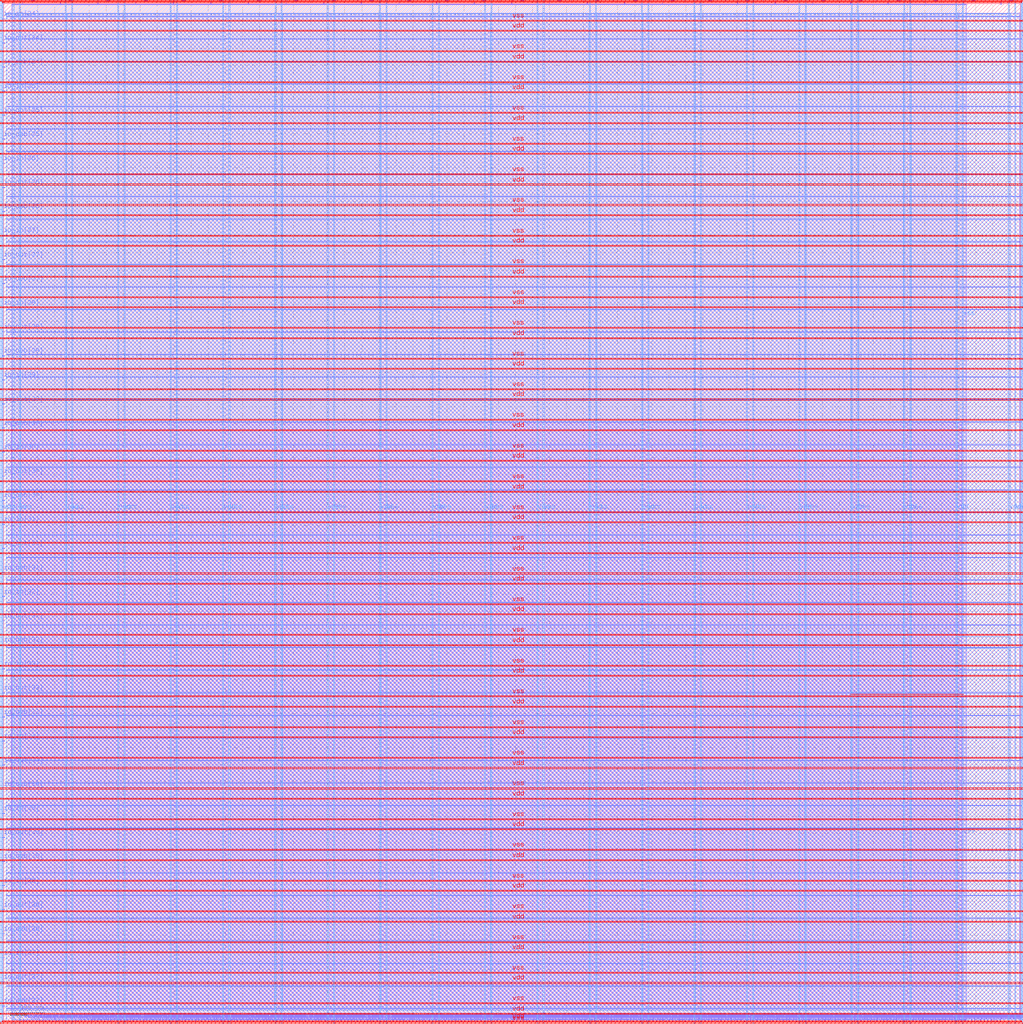
<source format=lef>
VERSION 5.7 ;
  NOWIREEXTENSIONATPIN ON ;
  DIVIDERCHAR "/" ;
  BUSBITCHARS "[]" ;
MACRO user_project_wrapper
  CLASS BLOCK ;
  FOREIGN user_project_wrapper ;
  ORIGIN 0.000 0.000 ;
  SIZE 2980.200 BY 2980.200 ;
  PIN io_in[0]
    DIRECTION INPUT ;
    USE SIGNAL ;
    PORT
      LAYER Metal3 ;
        RECT 2977.800 35.560 2985.000 36.680 ;
    END
  END io_in[0]
  PIN io_in[10]
    DIRECTION INPUT ;
    USE SIGNAL ;
    PORT
      LAYER Metal3 ;
        RECT 2977.800 2017.960 2985.000 2019.080 ;
    END
  END io_in[10]
  PIN io_in[11]
    DIRECTION INPUT ;
    USE SIGNAL ;
    PORT
      LAYER Metal3 ;
        RECT 2977.800 2216.200 2985.000 2217.320 ;
    END
  END io_in[11]
  PIN io_in[12]
    DIRECTION INPUT ;
    USE SIGNAL ;
    PORT
      LAYER Metal3 ;
        RECT 2977.800 2414.440 2985.000 2415.560 ;
    END
  END io_in[12]
  PIN io_in[13]
    DIRECTION INPUT ;
    USE SIGNAL ;
    PORT
      LAYER Metal3 ;
        RECT 2977.800 2612.680 2985.000 2613.800 ;
    END
  END io_in[13]
  PIN io_in[14]
    DIRECTION INPUT ;
    USE SIGNAL ;
    PORT
      LAYER Metal3 ;
        RECT 2977.800 2810.920 2985.000 2812.040 ;
    END
  END io_in[14]
  PIN io_in[15]
    DIRECTION INPUT ;
    USE SIGNAL ;
    PORT
      LAYER Metal2 ;
        RECT 2923.480 2977.800 2924.600 2985.000 ;
    END
  END io_in[15]
  PIN io_in[16]
    DIRECTION INPUT ;
    USE SIGNAL ;
    PORT
      LAYER Metal2 ;
        RECT 2592.520 2977.800 2593.640 2985.000 ;
    END
  END io_in[16]
  PIN io_in[17]
    DIRECTION INPUT ;
    USE SIGNAL ;
    PORT
      LAYER Metal2 ;
        RECT 2261.560 2977.800 2262.680 2985.000 ;
    END
  END io_in[17]
  PIN io_in[18]
    DIRECTION INPUT ;
    USE SIGNAL ;
    PORT
      LAYER Metal2 ;
        RECT 1930.600 2977.800 1931.720 2985.000 ;
    END
  END io_in[18]
  PIN io_in[19]
    DIRECTION INPUT ;
    USE SIGNAL ;
    PORT
      LAYER Metal2 ;
        RECT 1599.640 2977.800 1600.760 2985.000 ;
    END
  END io_in[19]
  PIN io_in[1]
    DIRECTION INPUT ;
    USE SIGNAL ;
    PORT
      LAYER Metal3 ;
        RECT 2977.800 233.800 2985.000 234.920 ;
    END
  END io_in[1]
  PIN io_in[20]
    DIRECTION INPUT ;
    USE SIGNAL ;
    PORT
      LAYER Metal2 ;
        RECT 1268.680 2977.800 1269.800 2985.000 ;
    END
  END io_in[20]
  PIN io_in[21]
    DIRECTION INPUT ;
    USE SIGNAL ;
    PORT
      LAYER Metal2 ;
        RECT 937.720 2977.800 938.840 2985.000 ;
    END
  END io_in[21]
  PIN io_in[22]
    DIRECTION INPUT ;
    USE SIGNAL ;
    PORT
      LAYER Metal2 ;
        RECT 606.760 2977.800 607.880 2985.000 ;
    END
  END io_in[22]
  PIN io_in[23]
    DIRECTION INPUT ;
    USE SIGNAL ;
    PORT
      LAYER Metal2 ;
        RECT 275.800 2977.800 276.920 2985.000 ;
    END
  END io_in[23]
  PIN io_in[24]
    DIRECTION INPUT ;
    USE SIGNAL ;
    PORT
      LAYER Metal3 ;
        RECT -4.800 2935.800 2.400 2936.920 ;
    END
  END io_in[24]
  PIN io_in[25]
    DIRECTION INPUT ;
    USE SIGNAL ;
    PORT
      LAYER Metal3 ;
        RECT -4.800 2724.120 2.400 2725.240 ;
    END
  END io_in[25]
  PIN io_in[26]
    DIRECTION INPUT ;
    USE SIGNAL ;
    PORT
      LAYER Metal3 ;
        RECT -4.800 2512.440 2.400 2513.560 ;
    END
  END io_in[26]
  PIN io_in[27]
    DIRECTION INPUT ;
    USE SIGNAL ;
    PORT
      LAYER Metal3 ;
        RECT -4.800 2300.760 2.400 2301.880 ;
    END
  END io_in[27]
  PIN io_in[28]
    DIRECTION INPUT ;
    USE SIGNAL ;
    PORT
      LAYER Metal3 ;
        RECT -4.800 2089.080 2.400 2090.200 ;
    END
  END io_in[28]
  PIN io_in[29]
    DIRECTION INPUT ;
    USE SIGNAL ;
    PORT
      LAYER Metal3 ;
        RECT -4.800 1877.400 2.400 1878.520 ;
    END
  END io_in[29]
  PIN io_in[2]
    DIRECTION INPUT ;
    USE SIGNAL ;
    PORT
      LAYER Metal3 ;
        RECT 2977.800 432.040 2985.000 433.160 ;
    END
  END io_in[2]
  PIN io_in[30]
    DIRECTION INPUT ;
    USE SIGNAL ;
    PORT
      LAYER Metal3 ;
        RECT -4.800 1665.720 2.400 1666.840 ;
    END
  END io_in[30]
  PIN io_in[31]
    DIRECTION INPUT ;
    USE SIGNAL ;
    PORT
      LAYER Metal3 ;
        RECT -4.800 1454.040 2.400 1455.160 ;
    END
  END io_in[31]
  PIN io_in[32]
    DIRECTION INPUT ;
    USE SIGNAL ;
    PORT
      LAYER Metal3 ;
        RECT -4.800 1242.360 2.400 1243.480 ;
    END
  END io_in[32]
  PIN io_in[33]
    DIRECTION INPUT ;
    USE SIGNAL ;
    PORT
      LAYER Metal3 ;
        RECT -4.800 1030.680 2.400 1031.800 ;
    END
  END io_in[33]
  PIN io_in[34]
    DIRECTION INPUT ;
    USE SIGNAL ;
    PORT
      LAYER Metal3 ;
        RECT -4.800 819.000 2.400 820.120 ;
    END
  END io_in[34]
  PIN io_in[35]
    DIRECTION INPUT ;
    USE SIGNAL ;
    PORT
      LAYER Metal3 ;
        RECT -4.800 607.320 2.400 608.440 ;
    END
  END io_in[35]
  PIN io_in[36]
    DIRECTION INPUT ;
    USE SIGNAL ;
    PORT
      LAYER Metal3 ;
        RECT -4.800 395.640 2.400 396.760 ;
    END
  END io_in[36]
  PIN io_in[37]
    DIRECTION INPUT ;
    USE SIGNAL ;
    PORT
      LAYER Metal3 ;
        RECT -4.800 183.960 2.400 185.080 ;
    END
  END io_in[37]
  PIN io_in[3]
    DIRECTION INPUT ;
    USE SIGNAL ;
    PORT
      LAYER Metal3 ;
        RECT 2977.800 630.280 2985.000 631.400 ;
    END
  END io_in[3]
  PIN io_in[4]
    DIRECTION INPUT ;
    USE SIGNAL ;
    PORT
      LAYER Metal3 ;
        RECT 2977.800 828.520 2985.000 829.640 ;
    END
  END io_in[4]
  PIN io_in[5]
    DIRECTION INPUT ;
    USE SIGNAL ;
    PORT
      LAYER Metal3 ;
        RECT 2977.800 1026.760 2985.000 1027.880 ;
    END
  END io_in[5]
  PIN io_in[6]
    DIRECTION INPUT ;
    USE SIGNAL ;
    PORT
      LAYER Metal3 ;
        RECT 2977.800 1225.000 2985.000 1226.120 ;
    END
  END io_in[6]
  PIN io_in[7]
    DIRECTION INPUT ;
    USE SIGNAL ;
    PORT
      LAYER Metal3 ;
        RECT 2977.800 1423.240 2985.000 1424.360 ;
    END
  END io_in[7]
  PIN io_in[8]
    DIRECTION INPUT ;
    USE SIGNAL ;
    PORT
      LAYER Metal3 ;
        RECT 2977.800 1621.480 2985.000 1622.600 ;
    END
  END io_in[8]
  PIN io_in[9]
    DIRECTION INPUT ;
    USE SIGNAL ;
    PORT
      LAYER Metal3 ;
        RECT 2977.800 1819.720 2985.000 1820.840 ;
    END
  END io_in[9]
  PIN io_oeb[0]
    DIRECTION OUTPUT TRISTATE ;
    USE SIGNAL ;
    PORT
      LAYER Metal3 ;
        RECT 2977.800 167.720 2985.000 168.840 ;
    END
  END io_oeb[0]
  PIN io_oeb[10]
    DIRECTION OUTPUT TRISTATE ;
    USE SIGNAL ;
    PORT
      LAYER Metal3 ;
        RECT 2977.800 2150.120 2985.000 2151.240 ;
    END
  END io_oeb[10]
  PIN io_oeb[11]
    DIRECTION OUTPUT TRISTATE ;
    USE SIGNAL ;
    PORT
      LAYER Metal3 ;
        RECT 2977.800 2348.360 2985.000 2349.480 ;
    END
  END io_oeb[11]
  PIN io_oeb[12]
    DIRECTION OUTPUT TRISTATE ;
    USE SIGNAL ;
    PORT
      LAYER Metal3 ;
        RECT 2977.800 2546.600 2985.000 2547.720 ;
    END
  END io_oeb[12]
  PIN io_oeb[13]
    DIRECTION OUTPUT TRISTATE ;
    USE SIGNAL ;
    PORT
      LAYER Metal3 ;
        RECT 2977.800 2744.840 2985.000 2745.960 ;
    END
  END io_oeb[13]
  PIN io_oeb[14]
    DIRECTION OUTPUT TRISTATE ;
    USE SIGNAL ;
    PORT
      LAYER Metal3 ;
        RECT 2977.800 2943.080 2985.000 2944.200 ;
    END
  END io_oeb[14]
  PIN io_oeb[15]
    DIRECTION OUTPUT TRISTATE ;
    USE SIGNAL ;
    PORT
      LAYER Metal2 ;
        RECT 2702.840 2977.800 2703.960 2985.000 ;
    END
  END io_oeb[15]
  PIN io_oeb[16]
    DIRECTION OUTPUT TRISTATE ;
    USE SIGNAL ;
    PORT
      LAYER Metal2 ;
        RECT 2371.880 2977.800 2373.000 2985.000 ;
    END
  END io_oeb[16]
  PIN io_oeb[17]
    DIRECTION OUTPUT TRISTATE ;
    USE SIGNAL ;
    PORT
      LAYER Metal2 ;
        RECT 2040.920 2977.800 2042.040 2985.000 ;
    END
  END io_oeb[17]
  PIN io_oeb[18]
    DIRECTION OUTPUT TRISTATE ;
    USE SIGNAL ;
    PORT
      LAYER Metal2 ;
        RECT 1709.960 2977.800 1711.080 2985.000 ;
    END
  END io_oeb[18]
  PIN io_oeb[19]
    DIRECTION OUTPUT TRISTATE ;
    USE SIGNAL ;
    PORT
      LAYER Metal2 ;
        RECT 1379.000 2977.800 1380.120 2985.000 ;
    END
  END io_oeb[19]
  PIN io_oeb[1]
    DIRECTION OUTPUT TRISTATE ;
    USE SIGNAL ;
    PORT
      LAYER Metal3 ;
        RECT 2977.800 365.960 2985.000 367.080 ;
    END
  END io_oeb[1]
  PIN io_oeb[20]
    DIRECTION OUTPUT TRISTATE ;
    USE SIGNAL ;
    PORT
      LAYER Metal2 ;
        RECT 1048.040 2977.800 1049.160 2985.000 ;
    END
  END io_oeb[20]
  PIN io_oeb[21]
    DIRECTION OUTPUT TRISTATE ;
    USE SIGNAL ;
    PORT
      LAYER Metal2 ;
        RECT 717.080 2977.800 718.200 2985.000 ;
    END
  END io_oeb[21]
  PIN io_oeb[22]
    DIRECTION OUTPUT TRISTATE ;
    USE SIGNAL ;
    PORT
      LAYER Metal2 ;
        RECT 386.120 2977.800 387.240 2985.000 ;
    END
  END io_oeb[22]
  PIN io_oeb[23]
    DIRECTION OUTPUT TRISTATE ;
    USE SIGNAL ;
    PORT
      LAYER Metal2 ;
        RECT 55.160 2977.800 56.280 2985.000 ;
    END
  END io_oeb[23]
  PIN io_oeb[24]
    DIRECTION OUTPUT TRISTATE ;
    USE SIGNAL ;
    PORT
      LAYER Metal3 ;
        RECT -4.800 2794.680 2.400 2795.800 ;
    END
  END io_oeb[24]
  PIN io_oeb[25]
    DIRECTION OUTPUT TRISTATE ;
    USE SIGNAL ;
    PORT
      LAYER Metal3 ;
        RECT -4.800 2583.000 2.400 2584.120 ;
    END
  END io_oeb[25]
  PIN io_oeb[26]
    DIRECTION OUTPUT TRISTATE ;
    USE SIGNAL ;
    PORT
      LAYER Metal3 ;
        RECT -4.800 2371.320 2.400 2372.440 ;
    END
  END io_oeb[26]
  PIN io_oeb[27]
    DIRECTION OUTPUT TRISTATE ;
    USE SIGNAL ;
    PORT
      LAYER Metal3 ;
        RECT -4.800 2159.640 2.400 2160.760 ;
    END
  END io_oeb[27]
  PIN io_oeb[28]
    DIRECTION OUTPUT TRISTATE ;
    USE SIGNAL ;
    PORT
      LAYER Metal3 ;
        RECT -4.800 1947.960 2.400 1949.080 ;
    END
  END io_oeb[28]
  PIN io_oeb[29]
    DIRECTION OUTPUT TRISTATE ;
    USE SIGNAL ;
    PORT
      LAYER Metal3 ;
        RECT -4.800 1736.280 2.400 1737.400 ;
    END
  END io_oeb[29]
  PIN io_oeb[2]
    DIRECTION OUTPUT TRISTATE ;
    USE SIGNAL ;
    PORT
      LAYER Metal3 ;
        RECT 2977.800 564.200 2985.000 565.320 ;
    END
  END io_oeb[2]
  PIN io_oeb[30]
    DIRECTION OUTPUT TRISTATE ;
    USE SIGNAL ;
    PORT
      LAYER Metal3 ;
        RECT -4.800 1524.600 2.400 1525.720 ;
    END
  END io_oeb[30]
  PIN io_oeb[31]
    DIRECTION OUTPUT TRISTATE ;
    USE SIGNAL ;
    PORT
      LAYER Metal3 ;
        RECT -4.800 1312.920 2.400 1314.040 ;
    END
  END io_oeb[31]
  PIN io_oeb[32]
    DIRECTION OUTPUT TRISTATE ;
    USE SIGNAL ;
    PORT
      LAYER Metal3 ;
        RECT -4.800 1101.240 2.400 1102.360 ;
    END
  END io_oeb[32]
  PIN io_oeb[33]
    DIRECTION OUTPUT TRISTATE ;
    USE SIGNAL ;
    PORT
      LAYER Metal3 ;
        RECT -4.800 889.560 2.400 890.680 ;
    END
  END io_oeb[33]
  PIN io_oeb[34]
    DIRECTION OUTPUT TRISTATE ;
    USE SIGNAL ;
    PORT
      LAYER Metal3 ;
        RECT -4.800 677.880 2.400 679.000 ;
    END
  END io_oeb[34]
  PIN io_oeb[35]
    DIRECTION OUTPUT TRISTATE ;
    USE SIGNAL ;
    PORT
      LAYER Metal3 ;
        RECT -4.800 466.200 2.400 467.320 ;
    END
  END io_oeb[35]
  PIN io_oeb[36]
    DIRECTION OUTPUT TRISTATE ;
    USE SIGNAL ;
    PORT
      LAYER Metal3 ;
        RECT -4.800 254.520 2.400 255.640 ;
    END
  END io_oeb[36]
  PIN io_oeb[37]
    DIRECTION OUTPUT TRISTATE ;
    USE SIGNAL ;
    PORT
      LAYER Metal3 ;
        RECT -4.800 42.840 2.400 43.960 ;
    END
  END io_oeb[37]
  PIN io_oeb[3]
    DIRECTION OUTPUT TRISTATE ;
    USE SIGNAL ;
    PORT
      LAYER Metal3 ;
        RECT 2977.800 762.440 2985.000 763.560 ;
    END
  END io_oeb[3]
  PIN io_oeb[4]
    DIRECTION OUTPUT TRISTATE ;
    USE SIGNAL ;
    PORT
      LAYER Metal3 ;
        RECT 2977.800 960.680 2985.000 961.800 ;
    END
  END io_oeb[4]
  PIN io_oeb[5]
    DIRECTION OUTPUT TRISTATE ;
    USE SIGNAL ;
    PORT
      LAYER Metal3 ;
        RECT 2977.800 1158.920 2985.000 1160.040 ;
    END
  END io_oeb[5]
  PIN io_oeb[6]
    DIRECTION OUTPUT TRISTATE ;
    USE SIGNAL ;
    PORT
      LAYER Metal3 ;
        RECT 2977.800 1357.160 2985.000 1358.280 ;
    END
  END io_oeb[6]
  PIN io_oeb[7]
    DIRECTION OUTPUT TRISTATE ;
    USE SIGNAL ;
    PORT
      LAYER Metal3 ;
        RECT 2977.800 1555.400 2985.000 1556.520 ;
    END
  END io_oeb[7]
  PIN io_oeb[8]
    DIRECTION OUTPUT TRISTATE ;
    USE SIGNAL ;
    PORT
      LAYER Metal3 ;
        RECT 2977.800 1753.640 2985.000 1754.760 ;
    END
  END io_oeb[8]
  PIN io_oeb[9]
    DIRECTION OUTPUT TRISTATE ;
    USE SIGNAL ;
    PORT
      LAYER Metal3 ;
        RECT 2977.800 1951.880 2985.000 1953.000 ;
    END
  END io_oeb[9]
  PIN io_out[0]
    DIRECTION OUTPUT TRISTATE ;
    USE SIGNAL ;
    PORT
      LAYER Metal3 ;
        RECT 2977.800 101.640 2985.000 102.760 ;
    END
  END io_out[0]
  PIN io_out[10]
    DIRECTION OUTPUT TRISTATE ;
    USE SIGNAL ;
    PORT
      LAYER Metal3 ;
        RECT 2977.800 2084.040 2985.000 2085.160 ;
    END
  END io_out[10]
  PIN io_out[11]
    DIRECTION OUTPUT TRISTATE ;
    USE SIGNAL ;
    PORT
      LAYER Metal3 ;
        RECT 2977.800 2282.280 2985.000 2283.400 ;
    END
  END io_out[11]
  PIN io_out[12]
    DIRECTION OUTPUT TRISTATE ;
    USE SIGNAL ;
    PORT
      LAYER Metal3 ;
        RECT 2977.800 2480.520 2985.000 2481.640 ;
    END
  END io_out[12]
  PIN io_out[13]
    DIRECTION OUTPUT TRISTATE ;
    USE SIGNAL ;
    PORT
      LAYER Metal3 ;
        RECT 2977.800 2678.760 2985.000 2679.880 ;
    END
  END io_out[13]
  PIN io_out[14]
    DIRECTION OUTPUT TRISTATE ;
    USE SIGNAL ;
    PORT
      LAYER Metal3 ;
        RECT 2977.800 2877.000 2985.000 2878.120 ;
    END
  END io_out[14]
  PIN io_out[15]
    DIRECTION OUTPUT TRISTATE ;
    USE SIGNAL ;
    PORT
      LAYER Metal2 ;
        RECT 2813.160 2977.800 2814.280 2985.000 ;
    END
  END io_out[15]
  PIN io_out[16]
    DIRECTION OUTPUT TRISTATE ;
    USE SIGNAL ;
    PORT
      LAYER Metal2 ;
        RECT 2482.200 2977.800 2483.320 2985.000 ;
    END
  END io_out[16]
  PIN io_out[17]
    DIRECTION OUTPUT TRISTATE ;
    USE SIGNAL ;
    PORT
      LAYER Metal2 ;
        RECT 2151.240 2977.800 2152.360 2985.000 ;
    END
  END io_out[17]
  PIN io_out[18]
    DIRECTION OUTPUT TRISTATE ;
    USE SIGNAL ;
    PORT
      LAYER Metal2 ;
        RECT 1820.280 2977.800 1821.400 2985.000 ;
    END
  END io_out[18]
  PIN io_out[19]
    DIRECTION OUTPUT TRISTATE ;
    USE SIGNAL ;
    PORT
      LAYER Metal2 ;
        RECT 1489.320 2977.800 1490.440 2985.000 ;
    END
  END io_out[19]
  PIN io_out[1]
    DIRECTION OUTPUT TRISTATE ;
    USE SIGNAL ;
    PORT
      LAYER Metal3 ;
        RECT 2977.800 299.880 2985.000 301.000 ;
    END
  END io_out[1]
  PIN io_out[20]
    DIRECTION OUTPUT TRISTATE ;
    USE SIGNAL ;
    PORT
      LAYER Metal2 ;
        RECT 1158.360 2977.800 1159.480 2985.000 ;
    END
  END io_out[20]
  PIN io_out[21]
    DIRECTION OUTPUT TRISTATE ;
    USE SIGNAL ;
    PORT
      LAYER Metal2 ;
        RECT 827.400 2977.800 828.520 2985.000 ;
    END
  END io_out[21]
  PIN io_out[22]
    DIRECTION OUTPUT TRISTATE ;
    USE SIGNAL ;
    PORT
      LAYER Metal2 ;
        RECT 496.440 2977.800 497.560 2985.000 ;
    END
  END io_out[22]
  PIN io_out[23]
    DIRECTION OUTPUT TRISTATE ;
    USE SIGNAL ;
    PORT
      LAYER Metal2 ;
        RECT 165.480 2977.800 166.600 2985.000 ;
    END
  END io_out[23]
  PIN io_out[24]
    DIRECTION OUTPUT TRISTATE ;
    USE SIGNAL ;
    PORT
      LAYER Metal3 ;
        RECT -4.800 2865.240 2.400 2866.360 ;
    END
  END io_out[24]
  PIN io_out[25]
    DIRECTION OUTPUT TRISTATE ;
    USE SIGNAL ;
    PORT
      LAYER Metal3 ;
        RECT -4.800 2653.560 2.400 2654.680 ;
    END
  END io_out[25]
  PIN io_out[26]
    DIRECTION OUTPUT TRISTATE ;
    USE SIGNAL ;
    PORT
      LAYER Metal3 ;
        RECT -4.800 2441.880 2.400 2443.000 ;
    END
  END io_out[26]
  PIN io_out[27]
    DIRECTION OUTPUT TRISTATE ;
    USE SIGNAL ;
    PORT
      LAYER Metal3 ;
        RECT -4.800 2230.200 2.400 2231.320 ;
    END
  END io_out[27]
  PIN io_out[28]
    DIRECTION OUTPUT TRISTATE ;
    USE SIGNAL ;
    PORT
      LAYER Metal3 ;
        RECT -4.800 2018.520 2.400 2019.640 ;
    END
  END io_out[28]
  PIN io_out[29]
    DIRECTION OUTPUT TRISTATE ;
    USE SIGNAL ;
    PORT
      LAYER Metal3 ;
        RECT -4.800 1806.840 2.400 1807.960 ;
    END
  END io_out[29]
  PIN io_out[2]
    DIRECTION OUTPUT TRISTATE ;
    USE SIGNAL ;
    PORT
      LAYER Metal3 ;
        RECT 2977.800 498.120 2985.000 499.240 ;
    END
  END io_out[2]
  PIN io_out[30]
    DIRECTION OUTPUT TRISTATE ;
    USE SIGNAL ;
    PORT
      LAYER Metal3 ;
        RECT -4.800 1595.160 2.400 1596.280 ;
    END
  END io_out[30]
  PIN io_out[31]
    DIRECTION OUTPUT TRISTATE ;
    USE SIGNAL ;
    PORT
      LAYER Metal3 ;
        RECT -4.800 1383.480 2.400 1384.600 ;
    END
  END io_out[31]
  PIN io_out[32]
    DIRECTION OUTPUT TRISTATE ;
    USE SIGNAL ;
    PORT
      LAYER Metal3 ;
        RECT -4.800 1171.800 2.400 1172.920 ;
    END
  END io_out[32]
  PIN io_out[33]
    DIRECTION OUTPUT TRISTATE ;
    USE SIGNAL ;
    PORT
      LAYER Metal3 ;
        RECT -4.800 960.120 2.400 961.240 ;
    END
  END io_out[33]
  PIN io_out[34]
    DIRECTION OUTPUT TRISTATE ;
    USE SIGNAL ;
    PORT
      LAYER Metal3 ;
        RECT -4.800 748.440 2.400 749.560 ;
    END
  END io_out[34]
  PIN io_out[35]
    DIRECTION OUTPUT TRISTATE ;
    USE SIGNAL ;
    PORT
      LAYER Metal3 ;
        RECT -4.800 536.760 2.400 537.880 ;
    END
  END io_out[35]
  PIN io_out[36]
    DIRECTION OUTPUT TRISTATE ;
    USE SIGNAL ;
    PORT
      LAYER Metal3 ;
        RECT -4.800 325.080 2.400 326.200 ;
    END
  END io_out[36]
  PIN io_out[37]
    DIRECTION OUTPUT TRISTATE ;
    USE SIGNAL ;
    PORT
      LAYER Metal3 ;
        RECT -4.800 113.400 2.400 114.520 ;
    END
  END io_out[37]
  PIN io_out[3]
    DIRECTION OUTPUT TRISTATE ;
    USE SIGNAL ;
    PORT
      LAYER Metal3 ;
        RECT 2977.800 696.360 2985.000 697.480 ;
    END
  END io_out[3]
  PIN io_out[4]
    DIRECTION OUTPUT TRISTATE ;
    USE SIGNAL ;
    PORT
      LAYER Metal3 ;
        RECT 2977.800 894.600 2985.000 895.720 ;
    END
  END io_out[4]
  PIN io_out[5]
    DIRECTION OUTPUT TRISTATE ;
    USE SIGNAL ;
    PORT
      LAYER Metal3 ;
        RECT 2977.800 1092.840 2985.000 1093.960 ;
    END
  END io_out[5]
  PIN io_out[6]
    DIRECTION OUTPUT TRISTATE ;
    USE SIGNAL ;
    PORT
      LAYER Metal3 ;
        RECT 2977.800 1291.080 2985.000 1292.200 ;
    END
  END io_out[6]
  PIN io_out[7]
    DIRECTION OUTPUT TRISTATE ;
    USE SIGNAL ;
    PORT
      LAYER Metal3 ;
        RECT 2977.800 1489.320 2985.000 1490.440 ;
    END
  END io_out[7]
  PIN io_out[8]
    DIRECTION OUTPUT TRISTATE ;
    USE SIGNAL ;
    PORT
      LAYER Metal3 ;
        RECT 2977.800 1687.560 2985.000 1688.680 ;
    END
  END io_out[8]
  PIN io_out[9]
    DIRECTION OUTPUT TRISTATE ;
    USE SIGNAL ;
    PORT
      LAYER Metal3 ;
        RECT 2977.800 1885.800 2985.000 1886.920 ;
    END
  END io_out[9]
  PIN la_data_in[0]
    DIRECTION INPUT ;
    USE SIGNAL ;
    PORT
      LAYER Metal2 ;
        RECT 1065.960 -4.800 1067.080 2.400 ;
    END
  END la_data_in[0]
  PIN la_data_in[10]
    DIRECTION INPUT ;
    USE SIGNAL ;
    PORT
      LAYER Metal2 ;
        RECT 1351.560 -4.800 1352.680 2.400 ;
    END
  END la_data_in[10]
  PIN la_data_in[11]
    DIRECTION INPUT ;
    USE SIGNAL ;
    PORT
      LAYER Metal2 ;
        RECT 1380.120 -4.800 1381.240 2.400 ;
    END
  END la_data_in[11]
  PIN la_data_in[12]
    DIRECTION INPUT ;
    USE SIGNAL ;
    PORT
      LAYER Metal2 ;
        RECT 1408.680 -4.800 1409.800 2.400 ;
    END
  END la_data_in[12]
  PIN la_data_in[13]
    DIRECTION INPUT ;
    USE SIGNAL ;
    PORT
      LAYER Metal2 ;
        RECT 1437.240 -4.800 1438.360 2.400 ;
    END
  END la_data_in[13]
  PIN la_data_in[14]
    DIRECTION INPUT ;
    USE SIGNAL ;
    PORT
      LAYER Metal2 ;
        RECT 1465.800 -4.800 1466.920 2.400 ;
    END
  END la_data_in[14]
  PIN la_data_in[15]
    DIRECTION INPUT ;
    USE SIGNAL ;
    PORT
      LAYER Metal2 ;
        RECT 1494.360 -4.800 1495.480 2.400 ;
    END
  END la_data_in[15]
  PIN la_data_in[16]
    DIRECTION INPUT ;
    USE SIGNAL ;
    PORT
      LAYER Metal2 ;
        RECT 1522.920 -4.800 1524.040 2.400 ;
    END
  END la_data_in[16]
  PIN la_data_in[17]
    DIRECTION INPUT ;
    USE SIGNAL ;
    PORT
      LAYER Metal2 ;
        RECT 1551.480 -4.800 1552.600 2.400 ;
    END
  END la_data_in[17]
  PIN la_data_in[18]
    DIRECTION INPUT ;
    USE SIGNAL ;
    PORT
      LAYER Metal2 ;
        RECT 1580.040 -4.800 1581.160 2.400 ;
    END
  END la_data_in[18]
  PIN la_data_in[19]
    DIRECTION INPUT ;
    USE SIGNAL ;
    PORT
      LAYER Metal2 ;
        RECT 1608.600 -4.800 1609.720 2.400 ;
    END
  END la_data_in[19]
  PIN la_data_in[1]
    DIRECTION INPUT ;
    USE SIGNAL ;
    PORT
      LAYER Metal2 ;
        RECT 1094.520 -4.800 1095.640 2.400 ;
    END
  END la_data_in[1]
  PIN la_data_in[20]
    DIRECTION INPUT ;
    USE SIGNAL ;
    PORT
      LAYER Metal2 ;
        RECT 1637.160 -4.800 1638.280 2.400 ;
    END
  END la_data_in[20]
  PIN la_data_in[21]
    DIRECTION INPUT ;
    USE SIGNAL ;
    PORT
      LAYER Metal2 ;
        RECT 1665.720 -4.800 1666.840 2.400 ;
    END
  END la_data_in[21]
  PIN la_data_in[22]
    DIRECTION INPUT ;
    USE SIGNAL ;
    PORT
      LAYER Metal2 ;
        RECT 1694.280 -4.800 1695.400 2.400 ;
    END
  END la_data_in[22]
  PIN la_data_in[23]
    DIRECTION INPUT ;
    USE SIGNAL ;
    PORT
      LAYER Metal2 ;
        RECT 1722.840 -4.800 1723.960 2.400 ;
    END
  END la_data_in[23]
  PIN la_data_in[24]
    DIRECTION INPUT ;
    USE SIGNAL ;
    PORT
      LAYER Metal2 ;
        RECT 1751.400 -4.800 1752.520 2.400 ;
    END
  END la_data_in[24]
  PIN la_data_in[25]
    DIRECTION INPUT ;
    USE SIGNAL ;
    PORT
      LAYER Metal2 ;
        RECT 1779.960 -4.800 1781.080 2.400 ;
    END
  END la_data_in[25]
  PIN la_data_in[26]
    DIRECTION INPUT ;
    USE SIGNAL ;
    PORT
      LAYER Metal2 ;
        RECT 1808.520 -4.800 1809.640 2.400 ;
    END
  END la_data_in[26]
  PIN la_data_in[27]
    DIRECTION INPUT ;
    USE SIGNAL ;
    PORT
      LAYER Metal2 ;
        RECT 1837.080 -4.800 1838.200 2.400 ;
    END
  END la_data_in[27]
  PIN la_data_in[28]
    DIRECTION INPUT ;
    USE SIGNAL ;
    PORT
      LAYER Metal2 ;
        RECT 1865.640 -4.800 1866.760 2.400 ;
    END
  END la_data_in[28]
  PIN la_data_in[29]
    DIRECTION INPUT ;
    USE SIGNAL ;
    PORT
      LAYER Metal2 ;
        RECT 1894.200 -4.800 1895.320 2.400 ;
    END
  END la_data_in[29]
  PIN la_data_in[2]
    DIRECTION INPUT ;
    USE SIGNAL ;
    PORT
      LAYER Metal2 ;
        RECT 1123.080 -4.800 1124.200 2.400 ;
    END
  END la_data_in[2]
  PIN la_data_in[30]
    DIRECTION INPUT ;
    USE SIGNAL ;
    PORT
      LAYER Metal2 ;
        RECT 1922.760 -4.800 1923.880 2.400 ;
    END
  END la_data_in[30]
  PIN la_data_in[31]
    DIRECTION INPUT ;
    USE SIGNAL ;
    PORT
      LAYER Metal2 ;
        RECT 1951.320 -4.800 1952.440 2.400 ;
    END
  END la_data_in[31]
  PIN la_data_in[32]
    DIRECTION INPUT ;
    USE SIGNAL ;
    PORT
      LAYER Metal2 ;
        RECT 1979.880 -4.800 1981.000 2.400 ;
    END
  END la_data_in[32]
  PIN la_data_in[33]
    DIRECTION INPUT ;
    USE SIGNAL ;
    PORT
      LAYER Metal2 ;
        RECT 2008.440 -4.800 2009.560 2.400 ;
    END
  END la_data_in[33]
  PIN la_data_in[34]
    DIRECTION INPUT ;
    USE SIGNAL ;
    PORT
      LAYER Metal2 ;
        RECT 2037.000 -4.800 2038.120 2.400 ;
    END
  END la_data_in[34]
  PIN la_data_in[35]
    DIRECTION INPUT ;
    USE SIGNAL ;
    PORT
      LAYER Metal2 ;
        RECT 2065.560 -4.800 2066.680 2.400 ;
    END
  END la_data_in[35]
  PIN la_data_in[36]
    DIRECTION INPUT ;
    USE SIGNAL ;
    PORT
      LAYER Metal2 ;
        RECT 2094.120 -4.800 2095.240 2.400 ;
    END
  END la_data_in[36]
  PIN la_data_in[37]
    DIRECTION INPUT ;
    USE SIGNAL ;
    PORT
      LAYER Metal2 ;
        RECT 2122.680 -4.800 2123.800 2.400 ;
    END
  END la_data_in[37]
  PIN la_data_in[38]
    DIRECTION INPUT ;
    USE SIGNAL ;
    PORT
      LAYER Metal2 ;
        RECT 2151.240 -4.800 2152.360 2.400 ;
    END
  END la_data_in[38]
  PIN la_data_in[39]
    DIRECTION INPUT ;
    USE SIGNAL ;
    PORT
      LAYER Metal2 ;
        RECT 2179.800 -4.800 2180.920 2.400 ;
    END
  END la_data_in[39]
  PIN la_data_in[3]
    DIRECTION INPUT ;
    USE SIGNAL ;
    PORT
      LAYER Metal2 ;
        RECT 1151.640 -4.800 1152.760 2.400 ;
    END
  END la_data_in[3]
  PIN la_data_in[40]
    DIRECTION INPUT ;
    USE SIGNAL ;
    PORT
      LAYER Metal2 ;
        RECT 2208.360 -4.800 2209.480 2.400 ;
    END
  END la_data_in[40]
  PIN la_data_in[41]
    DIRECTION INPUT ;
    USE SIGNAL ;
    PORT
      LAYER Metal2 ;
        RECT 2236.920 -4.800 2238.040 2.400 ;
    END
  END la_data_in[41]
  PIN la_data_in[42]
    DIRECTION INPUT ;
    USE SIGNAL ;
    PORT
      LAYER Metal2 ;
        RECT 2265.480 -4.800 2266.600 2.400 ;
    END
  END la_data_in[42]
  PIN la_data_in[43]
    DIRECTION INPUT ;
    USE SIGNAL ;
    PORT
      LAYER Metal2 ;
        RECT 2294.040 -4.800 2295.160 2.400 ;
    END
  END la_data_in[43]
  PIN la_data_in[44]
    DIRECTION INPUT ;
    USE SIGNAL ;
    PORT
      LAYER Metal2 ;
        RECT 2322.600 -4.800 2323.720 2.400 ;
    END
  END la_data_in[44]
  PIN la_data_in[45]
    DIRECTION INPUT ;
    USE SIGNAL ;
    PORT
      LAYER Metal2 ;
        RECT 2351.160 -4.800 2352.280 2.400 ;
    END
  END la_data_in[45]
  PIN la_data_in[46]
    DIRECTION INPUT ;
    USE SIGNAL ;
    PORT
      LAYER Metal2 ;
        RECT 2379.720 -4.800 2380.840 2.400 ;
    END
  END la_data_in[46]
  PIN la_data_in[47]
    DIRECTION INPUT ;
    USE SIGNAL ;
    PORT
      LAYER Metal2 ;
        RECT 2408.280 -4.800 2409.400 2.400 ;
    END
  END la_data_in[47]
  PIN la_data_in[48]
    DIRECTION INPUT ;
    USE SIGNAL ;
    PORT
      LAYER Metal2 ;
        RECT 2436.840 -4.800 2437.960 2.400 ;
    END
  END la_data_in[48]
  PIN la_data_in[49]
    DIRECTION INPUT ;
    USE SIGNAL ;
    PORT
      LAYER Metal2 ;
        RECT 2465.400 -4.800 2466.520 2.400 ;
    END
  END la_data_in[49]
  PIN la_data_in[4]
    DIRECTION INPUT ;
    USE SIGNAL ;
    PORT
      LAYER Metal2 ;
        RECT 1180.200 -4.800 1181.320 2.400 ;
    END
  END la_data_in[4]
  PIN la_data_in[50]
    DIRECTION INPUT ;
    USE SIGNAL ;
    PORT
      LAYER Metal2 ;
        RECT 2493.960 -4.800 2495.080 2.400 ;
    END
  END la_data_in[50]
  PIN la_data_in[51]
    DIRECTION INPUT ;
    USE SIGNAL ;
    PORT
      LAYER Metal2 ;
        RECT 2522.520 -4.800 2523.640 2.400 ;
    END
  END la_data_in[51]
  PIN la_data_in[52]
    DIRECTION INPUT ;
    USE SIGNAL ;
    PORT
      LAYER Metal2 ;
        RECT 2551.080 -4.800 2552.200 2.400 ;
    END
  END la_data_in[52]
  PIN la_data_in[53]
    DIRECTION INPUT ;
    USE SIGNAL ;
    PORT
      LAYER Metal2 ;
        RECT 2579.640 -4.800 2580.760 2.400 ;
    END
  END la_data_in[53]
  PIN la_data_in[54]
    DIRECTION INPUT ;
    USE SIGNAL ;
    PORT
      LAYER Metal2 ;
        RECT 2608.200 -4.800 2609.320 2.400 ;
    END
  END la_data_in[54]
  PIN la_data_in[55]
    DIRECTION INPUT ;
    USE SIGNAL ;
    PORT
      LAYER Metal2 ;
        RECT 2636.760 -4.800 2637.880 2.400 ;
    END
  END la_data_in[55]
  PIN la_data_in[56]
    DIRECTION INPUT ;
    USE SIGNAL ;
    PORT
      LAYER Metal2 ;
        RECT 2665.320 -4.800 2666.440 2.400 ;
    END
  END la_data_in[56]
  PIN la_data_in[57]
    DIRECTION INPUT ;
    USE SIGNAL ;
    PORT
      LAYER Metal2 ;
        RECT 2693.880 -4.800 2695.000 2.400 ;
    END
  END la_data_in[57]
  PIN la_data_in[58]
    DIRECTION INPUT ;
    USE SIGNAL ;
    PORT
      LAYER Metal2 ;
        RECT 2722.440 -4.800 2723.560 2.400 ;
    END
  END la_data_in[58]
  PIN la_data_in[59]
    DIRECTION INPUT ;
    USE SIGNAL ;
    PORT
      LAYER Metal2 ;
        RECT 2751.000 -4.800 2752.120 2.400 ;
    END
  END la_data_in[59]
  PIN la_data_in[5]
    DIRECTION INPUT ;
    USE SIGNAL ;
    PORT
      LAYER Metal2 ;
        RECT 1208.760 -4.800 1209.880 2.400 ;
    END
  END la_data_in[5]
  PIN la_data_in[60]
    DIRECTION INPUT ;
    USE SIGNAL ;
    PORT
      LAYER Metal2 ;
        RECT 2779.560 -4.800 2780.680 2.400 ;
    END
  END la_data_in[60]
  PIN la_data_in[61]
    DIRECTION INPUT ;
    USE SIGNAL ;
    PORT
      LAYER Metal2 ;
        RECT 2808.120 -4.800 2809.240 2.400 ;
    END
  END la_data_in[61]
  PIN la_data_in[62]
    DIRECTION INPUT ;
    USE SIGNAL ;
    PORT
      LAYER Metal2 ;
        RECT 2836.680 -4.800 2837.800 2.400 ;
    END
  END la_data_in[62]
  PIN la_data_in[63]
    DIRECTION INPUT ;
    USE SIGNAL ;
    PORT
      LAYER Metal2 ;
        RECT 2865.240 -4.800 2866.360 2.400 ;
    END
  END la_data_in[63]
  PIN la_data_in[6]
    DIRECTION INPUT ;
    USE SIGNAL ;
    PORT
      LAYER Metal2 ;
        RECT 1237.320 -4.800 1238.440 2.400 ;
    END
  END la_data_in[6]
  PIN la_data_in[7]
    DIRECTION INPUT ;
    USE SIGNAL ;
    PORT
      LAYER Metal2 ;
        RECT 1265.880 -4.800 1267.000 2.400 ;
    END
  END la_data_in[7]
  PIN la_data_in[8]
    DIRECTION INPUT ;
    USE SIGNAL ;
    PORT
      LAYER Metal2 ;
        RECT 1294.440 -4.800 1295.560 2.400 ;
    END
  END la_data_in[8]
  PIN la_data_in[9]
    DIRECTION INPUT ;
    USE SIGNAL ;
    PORT
      LAYER Metal2 ;
        RECT 1323.000 -4.800 1324.120 2.400 ;
    END
  END la_data_in[9]
  PIN la_data_out[0]
    DIRECTION OUTPUT TRISTATE ;
    USE SIGNAL ;
    PORT
      LAYER Metal2 ;
        RECT 1075.480 -4.800 1076.600 2.400 ;
    END
  END la_data_out[0]
  PIN la_data_out[10]
    DIRECTION OUTPUT TRISTATE ;
    USE SIGNAL ;
    PORT
      LAYER Metal2 ;
        RECT 1361.080 -4.800 1362.200 2.400 ;
    END
  END la_data_out[10]
  PIN la_data_out[11]
    DIRECTION OUTPUT TRISTATE ;
    USE SIGNAL ;
    PORT
      LAYER Metal2 ;
        RECT 1389.640 -4.800 1390.760 2.400 ;
    END
  END la_data_out[11]
  PIN la_data_out[12]
    DIRECTION OUTPUT TRISTATE ;
    USE SIGNAL ;
    PORT
      LAYER Metal2 ;
        RECT 1418.200 -4.800 1419.320 2.400 ;
    END
  END la_data_out[12]
  PIN la_data_out[13]
    DIRECTION OUTPUT TRISTATE ;
    USE SIGNAL ;
    PORT
      LAYER Metal2 ;
        RECT 1446.760 -4.800 1447.880 2.400 ;
    END
  END la_data_out[13]
  PIN la_data_out[14]
    DIRECTION OUTPUT TRISTATE ;
    USE SIGNAL ;
    PORT
      LAYER Metal2 ;
        RECT 1475.320 -4.800 1476.440 2.400 ;
    END
  END la_data_out[14]
  PIN la_data_out[15]
    DIRECTION OUTPUT TRISTATE ;
    USE SIGNAL ;
    PORT
      LAYER Metal2 ;
        RECT 1503.880 -4.800 1505.000 2.400 ;
    END
  END la_data_out[15]
  PIN la_data_out[16]
    DIRECTION OUTPUT TRISTATE ;
    USE SIGNAL ;
    PORT
      LAYER Metal2 ;
        RECT 1532.440 -4.800 1533.560 2.400 ;
    END
  END la_data_out[16]
  PIN la_data_out[17]
    DIRECTION OUTPUT TRISTATE ;
    USE SIGNAL ;
    PORT
      LAYER Metal2 ;
        RECT 1561.000 -4.800 1562.120 2.400 ;
    END
  END la_data_out[17]
  PIN la_data_out[18]
    DIRECTION OUTPUT TRISTATE ;
    USE SIGNAL ;
    PORT
      LAYER Metal2 ;
        RECT 1589.560 -4.800 1590.680 2.400 ;
    END
  END la_data_out[18]
  PIN la_data_out[19]
    DIRECTION OUTPUT TRISTATE ;
    USE SIGNAL ;
    PORT
      LAYER Metal2 ;
        RECT 1618.120 -4.800 1619.240 2.400 ;
    END
  END la_data_out[19]
  PIN la_data_out[1]
    DIRECTION OUTPUT TRISTATE ;
    USE SIGNAL ;
    PORT
      LAYER Metal2 ;
        RECT 1104.040 -4.800 1105.160 2.400 ;
    END
  END la_data_out[1]
  PIN la_data_out[20]
    DIRECTION OUTPUT TRISTATE ;
    USE SIGNAL ;
    PORT
      LAYER Metal2 ;
        RECT 1646.680 -4.800 1647.800 2.400 ;
    END
  END la_data_out[20]
  PIN la_data_out[21]
    DIRECTION OUTPUT TRISTATE ;
    USE SIGNAL ;
    PORT
      LAYER Metal2 ;
        RECT 1675.240 -4.800 1676.360 2.400 ;
    END
  END la_data_out[21]
  PIN la_data_out[22]
    DIRECTION OUTPUT TRISTATE ;
    USE SIGNAL ;
    PORT
      LAYER Metal2 ;
        RECT 1703.800 -4.800 1704.920 2.400 ;
    END
  END la_data_out[22]
  PIN la_data_out[23]
    DIRECTION OUTPUT TRISTATE ;
    USE SIGNAL ;
    PORT
      LAYER Metal2 ;
        RECT 1732.360 -4.800 1733.480 2.400 ;
    END
  END la_data_out[23]
  PIN la_data_out[24]
    DIRECTION OUTPUT TRISTATE ;
    USE SIGNAL ;
    PORT
      LAYER Metal2 ;
        RECT 1760.920 -4.800 1762.040 2.400 ;
    END
  END la_data_out[24]
  PIN la_data_out[25]
    DIRECTION OUTPUT TRISTATE ;
    USE SIGNAL ;
    PORT
      LAYER Metal2 ;
        RECT 1789.480 -4.800 1790.600 2.400 ;
    END
  END la_data_out[25]
  PIN la_data_out[26]
    DIRECTION OUTPUT TRISTATE ;
    USE SIGNAL ;
    PORT
      LAYER Metal2 ;
        RECT 1818.040 -4.800 1819.160 2.400 ;
    END
  END la_data_out[26]
  PIN la_data_out[27]
    DIRECTION OUTPUT TRISTATE ;
    USE SIGNAL ;
    PORT
      LAYER Metal2 ;
        RECT 1846.600 -4.800 1847.720 2.400 ;
    END
  END la_data_out[27]
  PIN la_data_out[28]
    DIRECTION OUTPUT TRISTATE ;
    USE SIGNAL ;
    PORT
      LAYER Metal2 ;
        RECT 1875.160 -4.800 1876.280 2.400 ;
    END
  END la_data_out[28]
  PIN la_data_out[29]
    DIRECTION OUTPUT TRISTATE ;
    USE SIGNAL ;
    PORT
      LAYER Metal2 ;
        RECT 1903.720 -4.800 1904.840 2.400 ;
    END
  END la_data_out[29]
  PIN la_data_out[2]
    DIRECTION OUTPUT TRISTATE ;
    USE SIGNAL ;
    PORT
      LAYER Metal2 ;
        RECT 1132.600 -4.800 1133.720 2.400 ;
    END
  END la_data_out[2]
  PIN la_data_out[30]
    DIRECTION OUTPUT TRISTATE ;
    USE SIGNAL ;
    PORT
      LAYER Metal2 ;
        RECT 1932.280 -4.800 1933.400 2.400 ;
    END
  END la_data_out[30]
  PIN la_data_out[31]
    DIRECTION OUTPUT TRISTATE ;
    USE SIGNAL ;
    PORT
      LAYER Metal2 ;
        RECT 1960.840 -4.800 1961.960 2.400 ;
    END
  END la_data_out[31]
  PIN la_data_out[32]
    DIRECTION OUTPUT TRISTATE ;
    USE SIGNAL ;
    PORT
      LAYER Metal2 ;
        RECT 1989.400 -4.800 1990.520 2.400 ;
    END
  END la_data_out[32]
  PIN la_data_out[33]
    DIRECTION OUTPUT TRISTATE ;
    USE SIGNAL ;
    PORT
      LAYER Metal2 ;
        RECT 2017.960 -4.800 2019.080 2.400 ;
    END
  END la_data_out[33]
  PIN la_data_out[34]
    DIRECTION OUTPUT TRISTATE ;
    USE SIGNAL ;
    PORT
      LAYER Metal2 ;
        RECT 2046.520 -4.800 2047.640 2.400 ;
    END
  END la_data_out[34]
  PIN la_data_out[35]
    DIRECTION OUTPUT TRISTATE ;
    USE SIGNAL ;
    PORT
      LAYER Metal2 ;
        RECT 2075.080 -4.800 2076.200 2.400 ;
    END
  END la_data_out[35]
  PIN la_data_out[36]
    DIRECTION OUTPUT TRISTATE ;
    USE SIGNAL ;
    PORT
      LAYER Metal2 ;
        RECT 2103.640 -4.800 2104.760 2.400 ;
    END
  END la_data_out[36]
  PIN la_data_out[37]
    DIRECTION OUTPUT TRISTATE ;
    USE SIGNAL ;
    PORT
      LAYER Metal2 ;
        RECT 2132.200 -4.800 2133.320 2.400 ;
    END
  END la_data_out[37]
  PIN la_data_out[38]
    DIRECTION OUTPUT TRISTATE ;
    USE SIGNAL ;
    PORT
      LAYER Metal2 ;
        RECT 2160.760 -4.800 2161.880 2.400 ;
    END
  END la_data_out[38]
  PIN la_data_out[39]
    DIRECTION OUTPUT TRISTATE ;
    USE SIGNAL ;
    PORT
      LAYER Metal2 ;
        RECT 2189.320 -4.800 2190.440 2.400 ;
    END
  END la_data_out[39]
  PIN la_data_out[3]
    DIRECTION OUTPUT TRISTATE ;
    USE SIGNAL ;
    PORT
      LAYER Metal2 ;
        RECT 1161.160 -4.800 1162.280 2.400 ;
    END
  END la_data_out[3]
  PIN la_data_out[40]
    DIRECTION OUTPUT TRISTATE ;
    USE SIGNAL ;
    PORT
      LAYER Metal2 ;
        RECT 2217.880 -4.800 2219.000 2.400 ;
    END
  END la_data_out[40]
  PIN la_data_out[41]
    DIRECTION OUTPUT TRISTATE ;
    USE SIGNAL ;
    PORT
      LAYER Metal2 ;
        RECT 2246.440 -4.800 2247.560 2.400 ;
    END
  END la_data_out[41]
  PIN la_data_out[42]
    DIRECTION OUTPUT TRISTATE ;
    USE SIGNAL ;
    PORT
      LAYER Metal2 ;
        RECT 2275.000 -4.800 2276.120 2.400 ;
    END
  END la_data_out[42]
  PIN la_data_out[43]
    DIRECTION OUTPUT TRISTATE ;
    USE SIGNAL ;
    PORT
      LAYER Metal2 ;
        RECT 2303.560 -4.800 2304.680 2.400 ;
    END
  END la_data_out[43]
  PIN la_data_out[44]
    DIRECTION OUTPUT TRISTATE ;
    USE SIGNAL ;
    PORT
      LAYER Metal2 ;
        RECT 2332.120 -4.800 2333.240 2.400 ;
    END
  END la_data_out[44]
  PIN la_data_out[45]
    DIRECTION OUTPUT TRISTATE ;
    USE SIGNAL ;
    PORT
      LAYER Metal2 ;
        RECT 2360.680 -4.800 2361.800 2.400 ;
    END
  END la_data_out[45]
  PIN la_data_out[46]
    DIRECTION OUTPUT TRISTATE ;
    USE SIGNAL ;
    PORT
      LAYER Metal2 ;
        RECT 2389.240 -4.800 2390.360 2.400 ;
    END
  END la_data_out[46]
  PIN la_data_out[47]
    DIRECTION OUTPUT TRISTATE ;
    USE SIGNAL ;
    PORT
      LAYER Metal2 ;
        RECT 2417.800 -4.800 2418.920 2.400 ;
    END
  END la_data_out[47]
  PIN la_data_out[48]
    DIRECTION OUTPUT TRISTATE ;
    USE SIGNAL ;
    PORT
      LAYER Metal2 ;
        RECT 2446.360 -4.800 2447.480 2.400 ;
    END
  END la_data_out[48]
  PIN la_data_out[49]
    DIRECTION OUTPUT TRISTATE ;
    USE SIGNAL ;
    PORT
      LAYER Metal2 ;
        RECT 2474.920 -4.800 2476.040 2.400 ;
    END
  END la_data_out[49]
  PIN la_data_out[4]
    DIRECTION OUTPUT TRISTATE ;
    USE SIGNAL ;
    PORT
      LAYER Metal2 ;
        RECT 1189.720 -4.800 1190.840 2.400 ;
    END
  END la_data_out[4]
  PIN la_data_out[50]
    DIRECTION OUTPUT TRISTATE ;
    USE SIGNAL ;
    PORT
      LAYER Metal2 ;
        RECT 2503.480 -4.800 2504.600 2.400 ;
    END
  END la_data_out[50]
  PIN la_data_out[51]
    DIRECTION OUTPUT TRISTATE ;
    USE SIGNAL ;
    PORT
      LAYER Metal2 ;
        RECT 2532.040 -4.800 2533.160 2.400 ;
    END
  END la_data_out[51]
  PIN la_data_out[52]
    DIRECTION OUTPUT TRISTATE ;
    USE SIGNAL ;
    PORT
      LAYER Metal2 ;
        RECT 2560.600 -4.800 2561.720 2.400 ;
    END
  END la_data_out[52]
  PIN la_data_out[53]
    DIRECTION OUTPUT TRISTATE ;
    USE SIGNAL ;
    PORT
      LAYER Metal2 ;
        RECT 2589.160 -4.800 2590.280 2.400 ;
    END
  END la_data_out[53]
  PIN la_data_out[54]
    DIRECTION OUTPUT TRISTATE ;
    USE SIGNAL ;
    PORT
      LAYER Metal2 ;
        RECT 2617.720 -4.800 2618.840 2.400 ;
    END
  END la_data_out[54]
  PIN la_data_out[55]
    DIRECTION OUTPUT TRISTATE ;
    USE SIGNAL ;
    PORT
      LAYER Metal2 ;
        RECT 2646.280 -4.800 2647.400 2.400 ;
    END
  END la_data_out[55]
  PIN la_data_out[56]
    DIRECTION OUTPUT TRISTATE ;
    USE SIGNAL ;
    PORT
      LAYER Metal2 ;
        RECT 2674.840 -4.800 2675.960 2.400 ;
    END
  END la_data_out[56]
  PIN la_data_out[57]
    DIRECTION OUTPUT TRISTATE ;
    USE SIGNAL ;
    PORT
      LAYER Metal2 ;
        RECT 2703.400 -4.800 2704.520 2.400 ;
    END
  END la_data_out[57]
  PIN la_data_out[58]
    DIRECTION OUTPUT TRISTATE ;
    USE SIGNAL ;
    PORT
      LAYER Metal2 ;
        RECT 2731.960 -4.800 2733.080 2.400 ;
    END
  END la_data_out[58]
  PIN la_data_out[59]
    DIRECTION OUTPUT TRISTATE ;
    USE SIGNAL ;
    PORT
      LAYER Metal2 ;
        RECT 2760.520 -4.800 2761.640 2.400 ;
    END
  END la_data_out[59]
  PIN la_data_out[5]
    DIRECTION OUTPUT TRISTATE ;
    USE SIGNAL ;
    PORT
      LAYER Metal2 ;
        RECT 1218.280 -4.800 1219.400 2.400 ;
    END
  END la_data_out[5]
  PIN la_data_out[60]
    DIRECTION OUTPUT TRISTATE ;
    USE SIGNAL ;
    PORT
      LAYER Metal2 ;
        RECT 2789.080 -4.800 2790.200 2.400 ;
    END
  END la_data_out[60]
  PIN la_data_out[61]
    DIRECTION OUTPUT TRISTATE ;
    USE SIGNAL ;
    PORT
      LAYER Metal2 ;
        RECT 2817.640 -4.800 2818.760 2.400 ;
    END
  END la_data_out[61]
  PIN la_data_out[62]
    DIRECTION OUTPUT TRISTATE ;
    USE SIGNAL ;
    PORT
      LAYER Metal2 ;
        RECT 2846.200 -4.800 2847.320 2.400 ;
    END
  END la_data_out[62]
  PIN la_data_out[63]
    DIRECTION OUTPUT TRISTATE ;
    USE SIGNAL ;
    PORT
      LAYER Metal2 ;
        RECT 2874.760 -4.800 2875.880 2.400 ;
    END
  END la_data_out[63]
  PIN la_data_out[6]
    DIRECTION OUTPUT TRISTATE ;
    USE SIGNAL ;
    PORT
      LAYER Metal2 ;
        RECT 1246.840 -4.800 1247.960 2.400 ;
    END
  END la_data_out[6]
  PIN la_data_out[7]
    DIRECTION OUTPUT TRISTATE ;
    USE SIGNAL ;
    PORT
      LAYER Metal2 ;
        RECT 1275.400 -4.800 1276.520 2.400 ;
    END
  END la_data_out[7]
  PIN la_data_out[8]
    DIRECTION OUTPUT TRISTATE ;
    USE SIGNAL ;
    PORT
      LAYER Metal2 ;
        RECT 1303.960 -4.800 1305.080 2.400 ;
    END
  END la_data_out[8]
  PIN la_data_out[9]
    DIRECTION OUTPUT TRISTATE ;
    USE SIGNAL ;
    PORT
      LAYER Metal2 ;
        RECT 1332.520 -4.800 1333.640 2.400 ;
    END
  END la_data_out[9]
  PIN la_oenb[0]
    DIRECTION INPUT ;
    USE SIGNAL ;
    PORT
      LAYER Metal2 ;
        RECT 1085.000 -4.800 1086.120 2.400 ;
    END
  END la_oenb[0]
  PIN la_oenb[10]
    DIRECTION INPUT ;
    USE SIGNAL ;
    PORT
      LAYER Metal2 ;
        RECT 1370.600 -4.800 1371.720 2.400 ;
    END
  END la_oenb[10]
  PIN la_oenb[11]
    DIRECTION INPUT ;
    USE SIGNAL ;
    PORT
      LAYER Metal2 ;
        RECT 1399.160 -4.800 1400.280 2.400 ;
    END
  END la_oenb[11]
  PIN la_oenb[12]
    DIRECTION INPUT ;
    USE SIGNAL ;
    PORT
      LAYER Metal2 ;
        RECT 1427.720 -4.800 1428.840 2.400 ;
    END
  END la_oenb[12]
  PIN la_oenb[13]
    DIRECTION INPUT ;
    USE SIGNAL ;
    PORT
      LAYER Metal2 ;
        RECT 1456.280 -4.800 1457.400 2.400 ;
    END
  END la_oenb[13]
  PIN la_oenb[14]
    DIRECTION INPUT ;
    USE SIGNAL ;
    PORT
      LAYER Metal2 ;
        RECT 1484.840 -4.800 1485.960 2.400 ;
    END
  END la_oenb[14]
  PIN la_oenb[15]
    DIRECTION INPUT ;
    USE SIGNAL ;
    PORT
      LAYER Metal2 ;
        RECT 1513.400 -4.800 1514.520 2.400 ;
    END
  END la_oenb[15]
  PIN la_oenb[16]
    DIRECTION INPUT ;
    USE SIGNAL ;
    PORT
      LAYER Metal2 ;
        RECT 1541.960 -4.800 1543.080 2.400 ;
    END
  END la_oenb[16]
  PIN la_oenb[17]
    DIRECTION INPUT ;
    USE SIGNAL ;
    PORT
      LAYER Metal2 ;
        RECT 1570.520 -4.800 1571.640 2.400 ;
    END
  END la_oenb[17]
  PIN la_oenb[18]
    DIRECTION INPUT ;
    USE SIGNAL ;
    PORT
      LAYER Metal2 ;
        RECT 1599.080 -4.800 1600.200 2.400 ;
    END
  END la_oenb[18]
  PIN la_oenb[19]
    DIRECTION INPUT ;
    USE SIGNAL ;
    PORT
      LAYER Metal2 ;
        RECT 1627.640 -4.800 1628.760 2.400 ;
    END
  END la_oenb[19]
  PIN la_oenb[1]
    DIRECTION INPUT ;
    USE SIGNAL ;
    PORT
      LAYER Metal2 ;
        RECT 1113.560 -4.800 1114.680 2.400 ;
    END
  END la_oenb[1]
  PIN la_oenb[20]
    DIRECTION INPUT ;
    USE SIGNAL ;
    PORT
      LAYER Metal2 ;
        RECT 1656.200 -4.800 1657.320 2.400 ;
    END
  END la_oenb[20]
  PIN la_oenb[21]
    DIRECTION INPUT ;
    USE SIGNAL ;
    PORT
      LAYER Metal2 ;
        RECT 1684.760 -4.800 1685.880 2.400 ;
    END
  END la_oenb[21]
  PIN la_oenb[22]
    DIRECTION INPUT ;
    USE SIGNAL ;
    PORT
      LAYER Metal2 ;
        RECT 1713.320 -4.800 1714.440 2.400 ;
    END
  END la_oenb[22]
  PIN la_oenb[23]
    DIRECTION INPUT ;
    USE SIGNAL ;
    PORT
      LAYER Metal2 ;
        RECT 1741.880 -4.800 1743.000 2.400 ;
    END
  END la_oenb[23]
  PIN la_oenb[24]
    DIRECTION INPUT ;
    USE SIGNAL ;
    PORT
      LAYER Metal2 ;
        RECT 1770.440 -4.800 1771.560 2.400 ;
    END
  END la_oenb[24]
  PIN la_oenb[25]
    DIRECTION INPUT ;
    USE SIGNAL ;
    PORT
      LAYER Metal2 ;
        RECT 1799.000 -4.800 1800.120 2.400 ;
    END
  END la_oenb[25]
  PIN la_oenb[26]
    DIRECTION INPUT ;
    USE SIGNAL ;
    PORT
      LAYER Metal2 ;
        RECT 1827.560 -4.800 1828.680 2.400 ;
    END
  END la_oenb[26]
  PIN la_oenb[27]
    DIRECTION INPUT ;
    USE SIGNAL ;
    PORT
      LAYER Metal2 ;
        RECT 1856.120 -4.800 1857.240 2.400 ;
    END
  END la_oenb[27]
  PIN la_oenb[28]
    DIRECTION INPUT ;
    USE SIGNAL ;
    PORT
      LAYER Metal2 ;
        RECT 1884.680 -4.800 1885.800 2.400 ;
    END
  END la_oenb[28]
  PIN la_oenb[29]
    DIRECTION INPUT ;
    USE SIGNAL ;
    PORT
      LAYER Metal2 ;
        RECT 1913.240 -4.800 1914.360 2.400 ;
    END
  END la_oenb[29]
  PIN la_oenb[2]
    DIRECTION INPUT ;
    USE SIGNAL ;
    PORT
      LAYER Metal2 ;
        RECT 1142.120 -4.800 1143.240 2.400 ;
    END
  END la_oenb[2]
  PIN la_oenb[30]
    DIRECTION INPUT ;
    USE SIGNAL ;
    PORT
      LAYER Metal2 ;
        RECT 1941.800 -4.800 1942.920 2.400 ;
    END
  END la_oenb[30]
  PIN la_oenb[31]
    DIRECTION INPUT ;
    USE SIGNAL ;
    PORT
      LAYER Metal2 ;
        RECT 1970.360 -4.800 1971.480 2.400 ;
    END
  END la_oenb[31]
  PIN la_oenb[32]
    DIRECTION INPUT ;
    USE SIGNAL ;
    PORT
      LAYER Metal2 ;
        RECT 1998.920 -4.800 2000.040 2.400 ;
    END
  END la_oenb[32]
  PIN la_oenb[33]
    DIRECTION INPUT ;
    USE SIGNAL ;
    PORT
      LAYER Metal2 ;
        RECT 2027.480 -4.800 2028.600 2.400 ;
    END
  END la_oenb[33]
  PIN la_oenb[34]
    DIRECTION INPUT ;
    USE SIGNAL ;
    PORT
      LAYER Metal2 ;
        RECT 2056.040 -4.800 2057.160 2.400 ;
    END
  END la_oenb[34]
  PIN la_oenb[35]
    DIRECTION INPUT ;
    USE SIGNAL ;
    PORT
      LAYER Metal2 ;
        RECT 2084.600 -4.800 2085.720 2.400 ;
    END
  END la_oenb[35]
  PIN la_oenb[36]
    DIRECTION INPUT ;
    USE SIGNAL ;
    PORT
      LAYER Metal2 ;
        RECT 2113.160 -4.800 2114.280 2.400 ;
    END
  END la_oenb[36]
  PIN la_oenb[37]
    DIRECTION INPUT ;
    USE SIGNAL ;
    PORT
      LAYER Metal2 ;
        RECT 2141.720 -4.800 2142.840 2.400 ;
    END
  END la_oenb[37]
  PIN la_oenb[38]
    DIRECTION INPUT ;
    USE SIGNAL ;
    PORT
      LAYER Metal2 ;
        RECT 2170.280 -4.800 2171.400 2.400 ;
    END
  END la_oenb[38]
  PIN la_oenb[39]
    DIRECTION INPUT ;
    USE SIGNAL ;
    PORT
      LAYER Metal2 ;
        RECT 2198.840 -4.800 2199.960 2.400 ;
    END
  END la_oenb[39]
  PIN la_oenb[3]
    DIRECTION INPUT ;
    USE SIGNAL ;
    PORT
      LAYER Metal2 ;
        RECT 1170.680 -4.800 1171.800 2.400 ;
    END
  END la_oenb[3]
  PIN la_oenb[40]
    DIRECTION INPUT ;
    USE SIGNAL ;
    PORT
      LAYER Metal2 ;
        RECT 2227.400 -4.800 2228.520 2.400 ;
    END
  END la_oenb[40]
  PIN la_oenb[41]
    DIRECTION INPUT ;
    USE SIGNAL ;
    PORT
      LAYER Metal2 ;
        RECT 2255.960 -4.800 2257.080 2.400 ;
    END
  END la_oenb[41]
  PIN la_oenb[42]
    DIRECTION INPUT ;
    USE SIGNAL ;
    PORT
      LAYER Metal2 ;
        RECT 2284.520 -4.800 2285.640 2.400 ;
    END
  END la_oenb[42]
  PIN la_oenb[43]
    DIRECTION INPUT ;
    USE SIGNAL ;
    PORT
      LAYER Metal2 ;
        RECT 2313.080 -4.800 2314.200 2.400 ;
    END
  END la_oenb[43]
  PIN la_oenb[44]
    DIRECTION INPUT ;
    USE SIGNAL ;
    PORT
      LAYER Metal2 ;
        RECT 2341.640 -4.800 2342.760 2.400 ;
    END
  END la_oenb[44]
  PIN la_oenb[45]
    DIRECTION INPUT ;
    USE SIGNAL ;
    PORT
      LAYER Metal2 ;
        RECT 2370.200 -4.800 2371.320 2.400 ;
    END
  END la_oenb[45]
  PIN la_oenb[46]
    DIRECTION INPUT ;
    USE SIGNAL ;
    PORT
      LAYER Metal2 ;
        RECT 2398.760 -4.800 2399.880 2.400 ;
    END
  END la_oenb[46]
  PIN la_oenb[47]
    DIRECTION INPUT ;
    USE SIGNAL ;
    PORT
      LAYER Metal2 ;
        RECT 2427.320 -4.800 2428.440 2.400 ;
    END
  END la_oenb[47]
  PIN la_oenb[48]
    DIRECTION INPUT ;
    USE SIGNAL ;
    PORT
      LAYER Metal2 ;
        RECT 2455.880 -4.800 2457.000 2.400 ;
    END
  END la_oenb[48]
  PIN la_oenb[49]
    DIRECTION INPUT ;
    USE SIGNAL ;
    PORT
      LAYER Metal2 ;
        RECT 2484.440 -4.800 2485.560 2.400 ;
    END
  END la_oenb[49]
  PIN la_oenb[4]
    DIRECTION INPUT ;
    USE SIGNAL ;
    PORT
      LAYER Metal2 ;
        RECT 1199.240 -4.800 1200.360 2.400 ;
    END
  END la_oenb[4]
  PIN la_oenb[50]
    DIRECTION INPUT ;
    USE SIGNAL ;
    PORT
      LAYER Metal2 ;
        RECT 2513.000 -4.800 2514.120 2.400 ;
    END
  END la_oenb[50]
  PIN la_oenb[51]
    DIRECTION INPUT ;
    USE SIGNAL ;
    PORT
      LAYER Metal2 ;
        RECT 2541.560 -4.800 2542.680 2.400 ;
    END
  END la_oenb[51]
  PIN la_oenb[52]
    DIRECTION INPUT ;
    USE SIGNAL ;
    PORT
      LAYER Metal2 ;
        RECT 2570.120 -4.800 2571.240 2.400 ;
    END
  END la_oenb[52]
  PIN la_oenb[53]
    DIRECTION INPUT ;
    USE SIGNAL ;
    PORT
      LAYER Metal2 ;
        RECT 2598.680 -4.800 2599.800 2.400 ;
    END
  END la_oenb[53]
  PIN la_oenb[54]
    DIRECTION INPUT ;
    USE SIGNAL ;
    PORT
      LAYER Metal2 ;
        RECT 2627.240 -4.800 2628.360 2.400 ;
    END
  END la_oenb[54]
  PIN la_oenb[55]
    DIRECTION INPUT ;
    USE SIGNAL ;
    PORT
      LAYER Metal2 ;
        RECT 2655.800 -4.800 2656.920 2.400 ;
    END
  END la_oenb[55]
  PIN la_oenb[56]
    DIRECTION INPUT ;
    USE SIGNAL ;
    PORT
      LAYER Metal2 ;
        RECT 2684.360 -4.800 2685.480 2.400 ;
    END
  END la_oenb[56]
  PIN la_oenb[57]
    DIRECTION INPUT ;
    USE SIGNAL ;
    PORT
      LAYER Metal2 ;
        RECT 2712.920 -4.800 2714.040 2.400 ;
    END
  END la_oenb[57]
  PIN la_oenb[58]
    DIRECTION INPUT ;
    USE SIGNAL ;
    PORT
      LAYER Metal2 ;
        RECT 2741.480 -4.800 2742.600 2.400 ;
    END
  END la_oenb[58]
  PIN la_oenb[59]
    DIRECTION INPUT ;
    USE SIGNAL ;
    PORT
      LAYER Metal2 ;
        RECT 2770.040 -4.800 2771.160 2.400 ;
    END
  END la_oenb[59]
  PIN la_oenb[5]
    DIRECTION INPUT ;
    USE SIGNAL ;
    PORT
      LAYER Metal2 ;
        RECT 1227.800 -4.800 1228.920 2.400 ;
    END
  END la_oenb[5]
  PIN la_oenb[60]
    DIRECTION INPUT ;
    USE SIGNAL ;
    PORT
      LAYER Metal2 ;
        RECT 2798.600 -4.800 2799.720 2.400 ;
    END
  END la_oenb[60]
  PIN la_oenb[61]
    DIRECTION INPUT ;
    USE SIGNAL ;
    PORT
      LAYER Metal2 ;
        RECT 2827.160 -4.800 2828.280 2.400 ;
    END
  END la_oenb[61]
  PIN la_oenb[62]
    DIRECTION INPUT ;
    USE SIGNAL ;
    PORT
      LAYER Metal2 ;
        RECT 2855.720 -4.800 2856.840 2.400 ;
    END
  END la_oenb[62]
  PIN la_oenb[63]
    DIRECTION INPUT ;
    USE SIGNAL ;
    PORT
      LAYER Metal2 ;
        RECT 2884.280 -4.800 2885.400 2.400 ;
    END
  END la_oenb[63]
  PIN la_oenb[6]
    DIRECTION INPUT ;
    USE SIGNAL ;
    PORT
      LAYER Metal2 ;
        RECT 1256.360 -4.800 1257.480 2.400 ;
    END
  END la_oenb[6]
  PIN la_oenb[7]
    DIRECTION INPUT ;
    USE SIGNAL ;
    PORT
      LAYER Metal2 ;
        RECT 1284.920 -4.800 1286.040 2.400 ;
    END
  END la_oenb[7]
  PIN la_oenb[8]
    DIRECTION INPUT ;
    USE SIGNAL ;
    PORT
      LAYER Metal2 ;
        RECT 1313.480 -4.800 1314.600 2.400 ;
    END
  END la_oenb[8]
  PIN la_oenb[9]
    DIRECTION INPUT ;
    USE SIGNAL ;
    PORT
      LAYER Metal2 ;
        RECT 1342.040 -4.800 1343.160 2.400 ;
    END
  END la_oenb[9]
  PIN user_clock2
    DIRECTION INPUT ;
    USE SIGNAL ;
    PORT
      LAYER Metal2 ;
        RECT 2893.800 -4.800 2894.920 2.400 ;
    END
  END user_clock2
  PIN user_irq[0]
    DIRECTION OUTPUT TRISTATE ;
    USE SIGNAL ;
    PORT
      LAYER Metal2 ;
        RECT 2903.320 -4.800 2904.440 2.400 ;
    END
  END user_irq[0]
  PIN user_irq[1]
    DIRECTION OUTPUT TRISTATE ;
    USE SIGNAL ;
    PORT
      LAYER Metal2 ;
        RECT 2912.840 -4.800 2913.960 2.400 ;
    END
  END user_irq[1]
  PIN user_irq[2]
    DIRECTION OUTPUT TRISTATE ;
    USE SIGNAL ;
    PORT
      LAYER Metal2 ;
        RECT 2922.360 -4.800 2923.480 2.400 ;
    END
  END user_irq[2]
  PIN vdd
    DIRECTION INOUT ;
    USE POWER ;
    PORT
      LAYER Metal4 ;
        RECT -4.780 -3.420 -1.680 2986.540 ;
    END
    PORT
      LAYER Metal5 ;
        RECT -4.780 -3.420 2985.100 -0.320 ;
    END
    PORT
      LAYER Metal5 ;
        RECT -4.780 2983.440 2985.100 2986.540 ;
    END
    PORT
      LAYER Metal4 ;
        RECT 2982.000 -3.420 2985.100 2986.540 ;
    END
    PORT
      LAYER Metal4 ;
        RECT 27.090 -8.220 30.190 2991.340 ;
    END
    PORT
      LAYER Metal4 ;
        RECT 180.690 -8.220 183.790 2991.340 ;
    END
    PORT
      LAYER Metal4 ;
        RECT 334.290 -8.220 337.390 2991.340 ;
    END
    PORT
      LAYER Metal4 ;
        RECT 487.890 -8.220 490.990 2991.340 ;
    END
    PORT
      LAYER Metal4 ;
        RECT 641.490 -8.220 644.590 2991.340 ;
    END
    PORT
      LAYER Metal4 ;
        RECT 795.090 -8.220 798.190 2991.340 ;
    END
    PORT
      LAYER Metal4 ;
        RECT 948.690 -8.220 951.790 2991.340 ;
    END
    PORT
      LAYER Metal4 ;
        RECT 1102.290 -8.220 1105.390 2991.340 ;
    END
    PORT
      LAYER Metal4 ;
        RECT 1255.890 -8.220 1258.990 2991.340 ;
    END
    PORT
      LAYER Metal4 ;
        RECT 1409.490 -8.220 1412.590 2991.340 ;
    END
    PORT
      LAYER Metal4 ;
        RECT 1563.090 -8.220 1566.190 2991.340 ;
    END
    PORT
      LAYER Metal4 ;
        RECT 1716.690 -8.220 1719.790 2991.340 ;
    END
    PORT
      LAYER Metal4 ;
        RECT 1870.290 -8.220 1873.390 2991.340 ;
    END
    PORT
      LAYER Metal4 ;
        RECT 2023.890 -8.220 2026.990 2991.340 ;
    END
    PORT
      LAYER Metal4 ;
        RECT 2177.490 -8.220 2180.590 2991.340 ;
    END
    PORT
      LAYER Metal4 ;
        RECT 2331.090 -8.220 2334.190 2991.340 ;
    END
    PORT
      LAYER Metal4 ;
        RECT 2484.690 -8.220 2487.790 2991.340 ;
    END
    PORT
      LAYER Metal4 ;
        RECT 2638.290 -8.220 2641.390 2991.340 ;
    END
    PORT
      LAYER Metal4 ;
        RECT 2791.890 -8.220 2794.990 2991.340 ;
    END
    PORT
      LAYER Metal4 ;
        RECT 2945.490 -8.220 2948.590 2991.340 ;
    END
    PORT
      LAYER Metal5 ;
        RECT -9.580 19.130 2989.900 22.230 ;
    END
    PORT
      LAYER Metal5 ;
        RECT -9.580 109.130 2989.900 112.230 ;
    END
    PORT
      LAYER Metal5 ;
        RECT -9.580 199.130 2989.900 202.230 ;
    END
    PORT
      LAYER Metal5 ;
        RECT -9.580 289.130 2989.900 292.230 ;
    END
    PORT
      LAYER Metal5 ;
        RECT -9.580 379.130 2989.900 382.230 ;
    END
    PORT
      LAYER Metal5 ;
        RECT -9.580 469.130 2989.900 472.230 ;
    END
    PORT
      LAYER Metal5 ;
        RECT -9.580 559.130 2989.900 562.230 ;
    END
    PORT
      LAYER Metal5 ;
        RECT -9.580 649.130 2989.900 652.230 ;
    END
    PORT
      LAYER Metal5 ;
        RECT -9.580 739.130 2989.900 742.230 ;
    END
    PORT
      LAYER Metal5 ;
        RECT -9.580 829.130 2989.900 832.230 ;
    END
    PORT
      LAYER Metal5 ;
        RECT -9.580 919.130 2989.900 922.230 ;
    END
    PORT
      LAYER Metal5 ;
        RECT -9.580 1009.130 2989.900 1012.230 ;
    END
    PORT
      LAYER Metal5 ;
        RECT -9.580 1099.130 2989.900 1102.230 ;
    END
    PORT
      LAYER Metal5 ;
        RECT -9.580 1189.130 2989.900 1192.230 ;
    END
    PORT
      LAYER Metal5 ;
        RECT -9.580 1279.130 2989.900 1282.230 ;
    END
    PORT
      LAYER Metal5 ;
        RECT -9.580 1369.130 2989.900 1372.230 ;
    END
    PORT
      LAYER Metal5 ;
        RECT -9.580 1459.130 2989.900 1462.230 ;
    END
    PORT
      LAYER Metal5 ;
        RECT -9.580 1549.130 2989.900 1552.230 ;
    END
    PORT
      LAYER Metal5 ;
        RECT -9.580 1639.130 2989.900 1642.230 ;
    END
    PORT
      LAYER Metal5 ;
        RECT -9.580 1729.130 2989.900 1732.230 ;
    END
    PORT
      LAYER Metal5 ;
        RECT -9.580 1819.130 2989.900 1822.230 ;
    END
    PORT
      LAYER Metal5 ;
        RECT -9.580 1909.130 2989.900 1912.230 ;
    END
    PORT
      LAYER Metal5 ;
        RECT -9.580 1999.130 2989.900 2002.230 ;
    END
    PORT
      LAYER Metal5 ;
        RECT -9.580 2089.130 2989.900 2092.230 ;
    END
    PORT
      LAYER Metal5 ;
        RECT -9.580 2179.130 2989.900 2182.230 ;
    END
    PORT
      LAYER Metal5 ;
        RECT -9.580 2269.130 2989.900 2272.230 ;
    END
    PORT
      LAYER Metal5 ;
        RECT -9.580 2359.130 2989.900 2362.230 ;
    END
    PORT
      LAYER Metal5 ;
        RECT -9.580 2449.130 2989.900 2452.230 ;
    END
    PORT
      LAYER Metal5 ;
        RECT -9.580 2539.130 2989.900 2542.230 ;
    END
    PORT
      LAYER Metal5 ;
        RECT -9.580 2629.130 2989.900 2632.230 ;
    END
    PORT
      LAYER Metal5 ;
        RECT -9.580 2719.130 2989.900 2722.230 ;
    END
    PORT
      LAYER Metal5 ;
        RECT -9.580 2809.130 2989.900 2812.230 ;
    END
    PORT
      LAYER Metal5 ;
        RECT -9.580 2899.130 2989.900 2902.230 ;
    END
  END vdd
  PIN vss
    DIRECTION INOUT ;
    USE GROUND ;
    PORT
      LAYER Metal4 ;
        RECT -9.580 -8.220 -6.480 2991.340 ;
    END
    PORT
      LAYER Metal5 ;
        RECT -9.580 -8.220 2989.900 -5.120 ;
    END
    PORT
      LAYER Metal5 ;
        RECT -9.580 2988.240 2989.900 2991.340 ;
    END
    PORT
      LAYER Metal4 ;
        RECT 2986.800 -8.220 2989.900 2991.340 ;
    END
    PORT
      LAYER Metal4 ;
        RECT 45.690 -8.220 48.790 2991.340 ;
    END
    PORT
      LAYER Metal4 ;
        RECT 199.290 -8.220 202.390 2991.340 ;
    END
    PORT
      LAYER Metal4 ;
        RECT 352.890 -8.220 355.990 2991.340 ;
    END
    PORT
      LAYER Metal4 ;
        RECT 506.490 -8.220 509.590 2991.340 ;
    END
    PORT
      LAYER Metal4 ;
        RECT 660.090 -8.220 663.190 2991.340 ;
    END
    PORT
      LAYER Metal4 ;
        RECT 813.690 -8.220 816.790 2991.340 ;
    END
    PORT
      LAYER Metal4 ;
        RECT 967.290 -8.220 970.390 2991.340 ;
    END
    PORT
      LAYER Metal4 ;
        RECT 1120.890 -8.220 1123.990 2991.340 ;
    END
    PORT
      LAYER Metal4 ;
        RECT 1274.490 -8.220 1277.590 2991.340 ;
    END
    PORT
      LAYER Metal4 ;
        RECT 1428.090 -8.220 1431.190 2991.340 ;
    END
    PORT
      LAYER Metal4 ;
        RECT 1581.690 -8.220 1584.790 2991.340 ;
    END
    PORT
      LAYER Metal4 ;
        RECT 1735.290 -8.220 1738.390 2991.340 ;
    END
    PORT
      LAYER Metal4 ;
        RECT 1888.890 -8.220 1891.990 2991.340 ;
    END
    PORT
      LAYER Metal4 ;
        RECT 2042.490 -8.220 2045.590 2991.340 ;
    END
    PORT
      LAYER Metal4 ;
        RECT 2196.090 -8.220 2199.190 2991.340 ;
    END
    PORT
      LAYER Metal4 ;
        RECT 2349.690 -8.220 2352.790 2991.340 ;
    END
    PORT
      LAYER Metal4 ;
        RECT 2503.290 -8.220 2506.390 2991.340 ;
    END
    PORT
      LAYER Metal4 ;
        RECT 2656.890 -8.220 2659.990 2991.340 ;
    END
    PORT
      LAYER Metal4 ;
        RECT 2810.490 -8.220 2813.590 1092.050 ;
    END
    PORT
      LAYER Metal4 ;
        RECT 2810.490 1125.870 2813.590 2991.340 ;
    END
    PORT
      LAYER Metal4 ;
        RECT 2964.090 -8.220 2967.190 2991.340 ;
    END
    PORT
      LAYER Metal5 ;
        RECT -9.580 49.130 2989.900 52.230 ;
    END
    PORT
      LAYER Metal5 ;
        RECT -9.580 139.130 2989.900 142.230 ;
    END
    PORT
      LAYER Metal5 ;
        RECT -9.580 229.130 2989.900 232.230 ;
    END
    PORT
      LAYER Metal5 ;
        RECT -9.580 319.130 2989.900 322.230 ;
    END
    PORT
      LAYER Metal5 ;
        RECT -9.580 409.130 2989.900 412.230 ;
    END
    PORT
      LAYER Metal5 ;
        RECT -9.580 499.130 2989.900 502.230 ;
    END
    PORT
      LAYER Metal5 ;
        RECT -9.580 589.130 2989.900 592.230 ;
    END
    PORT
      LAYER Metal5 ;
        RECT -9.580 679.130 2989.900 682.230 ;
    END
    PORT
      LAYER Metal5 ;
        RECT -9.580 769.130 2989.900 772.230 ;
    END
    PORT
      LAYER Metal5 ;
        RECT -9.580 859.130 2989.900 862.230 ;
    END
    PORT
      LAYER Metal5 ;
        RECT -9.580 949.130 2989.900 952.230 ;
    END
    PORT
      LAYER Metal5 ;
        RECT -9.580 1039.130 2989.900 1042.230 ;
    END
    PORT
      LAYER Metal5 ;
        RECT -9.580 1129.130 2989.900 1132.230 ;
    END
    PORT
      LAYER Metal5 ;
        RECT -9.580 1219.130 2989.900 1222.230 ;
    END
    PORT
      LAYER Metal5 ;
        RECT -9.580 1309.130 2989.900 1312.230 ;
    END
    PORT
      LAYER Metal5 ;
        RECT -9.580 1399.130 2989.900 1402.230 ;
    END
    PORT
      LAYER Metal5 ;
        RECT -9.580 1489.130 2989.900 1492.230 ;
    END
    PORT
      LAYER Metal5 ;
        RECT -9.580 1579.130 2989.900 1582.230 ;
    END
    PORT
      LAYER Metal5 ;
        RECT -9.580 1669.130 2989.900 1672.230 ;
    END
    PORT
      LAYER Metal5 ;
        RECT -9.580 1759.130 2989.900 1762.230 ;
    END
    PORT
      LAYER Metal5 ;
        RECT -9.580 1849.130 2989.900 1852.230 ;
    END
    PORT
      LAYER Metal5 ;
        RECT -9.580 1939.130 2989.900 1942.230 ;
    END
    PORT
      LAYER Metal5 ;
        RECT -9.580 2029.130 2989.900 2032.230 ;
    END
    PORT
      LAYER Metal5 ;
        RECT -9.580 2119.130 2989.900 2122.230 ;
    END
    PORT
      LAYER Metal5 ;
        RECT -9.580 2209.130 2989.900 2212.230 ;
    END
    PORT
      LAYER Metal5 ;
        RECT -9.580 2299.130 2989.900 2302.230 ;
    END
    PORT
      LAYER Metal5 ;
        RECT -9.580 2389.130 2989.900 2392.230 ;
    END
    PORT
      LAYER Metal5 ;
        RECT -9.580 2479.130 2989.900 2482.230 ;
    END
    PORT
      LAYER Metal5 ;
        RECT -9.580 2569.130 2989.900 2572.230 ;
    END
    PORT
      LAYER Metal5 ;
        RECT -9.580 2659.130 2989.900 2662.230 ;
    END
    PORT
      LAYER Metal5 ;
        RECT -9.580 2749.130 2989.900 2752.230 ;
    END
    PORT
      LAYER Metal5 ;
        RECT -9.580 2839.130 2989.900 2842.230 ;
    END
    PORT
      LAYER Metal5 ;
        RECT -9.580 2929.130 2989.900 2932.230 ;
    END
  END vss
  PIN wb_clk_i
    DIRECTION INPUT ;
    USE SIGNAL ;
    PORT
      LAYER Metal2 ;
        RECT 56.840 -4.800 57.960 2.400 ;
    END
  END wb_clk_i
  PIN wb_rst_i
    DIRECTION INPUT ;
    USE SIGNAL ;
    PORT
      LAYER Metal2 ;
        RECT 66.360 -4.800 67.480 2.400 ;
    END
  END wb_rst_i
  PIN wbs_ack_o
    DIRECTION OUTPUT TRISTATE ;
    USE SIGNAL ;
    PORT
      LAYER Metal2 ;
        RECT 75.880 -4.800 77.000 2.400 ;
    END
  END wbs_ack_o
  PIN wbs_adr_i[0]
    DIRECTION INPUT ;
    USE SIGNAL ;
    PORT
      LAYER Metal2 ;
        RECT 113.960 -4.800 115.080 2.400 ;
    END
  END wbs_adr_i[0]
  PIN wbs_adr_i[10]
    DIRECTION INPUT ;
    USE SIGNAL ;
    PORT
      LAYER Metal2 ;
        RECT 437.640 -4.800 438.760 2.400 ;
    END
  END wbs_adr_i[10]
  PIN wbs_adr_i[11]
    DIRECTION INPUT ;
    USE SIGNAL ;
    PORT
      LAYER Metal2 ;
        RECT 466.200 -4.800 467.320 2.400 ;
    END
  END wbs_adr_i[11]
  PIN wbs_adr_i[12]
    DIRECTION INPUT ;
    USE SIGNAL ;
    PORT
      LAYER Metal2 ;
        RECT 494.760 -4.800 495.880 2.400 ;
    END
  END wbs_adr_i[12]
  PIN wbs_adr_i[13]
    DIRECTION INPUT ;
    USE SIGNAL ;
    PORT
      LAYER Metal2 ;
        RECT 523.320 -4.800 524.440 2.400 ;
    END
  END wbs_adr_i[13]
  PIN wbs_adr_i[14]
    DIRECTION INPUT ;
    USE SIGNAL ;
    PORT
      LAYER Metal2 ;
        RECT 551.880 -4.800 553.000 2.400 ;
    END
  END wbs_adr_i[14]
  PIN wbs_adr_i[15]
    DIRECTION INPUT ;
    USE SIGNAL ;
    PORT
      LAYER Metal2 ;
        RECT 580.440 -4.800 581.560 2.400 ;
    END
  END wbs_adr_i[15]
  PIN wbs_adr_i[16]
    DIRECTION INPUT ;
    USE SIGNAL ;
    PORT
      LAYER Metal2 ;
        RECT 609.000 -4.800 610.120 2.400 ;
    END
  END wbs_adr_i[16]
  PIN wbs_adr_i[17]
    DIRECTION INPUT ;
    USE SIGNAL ;
    PORT
      LAYER Metal2 ;
        RECT 637.560 -4.800 638.680 2.400 ;
    END
  END wbs_adr_i[17]
  PIN wbs_adr_i[18]
    DIRECTION INPUT ;
    USE SIGNAL ;
    PORT
      LAYER Metal2 ;
        RECT 666.120 -4.800 667.240 2.400 ;
    END
  END wbs_adr_i[18]
  PIN wbs_adr_i[19]
    DIRECTION INPUT ;
    USE SIGNAL ;
    PORT
      LAYER Metal2 ;
        RECT 694.680 -4.800 695.800 2.400 ;
    END
  END wbs_adr_i[19]
  PIN wbs_adr_i[1]
    DIRECTION INPUT ;
    USE SIGNAL ;
    PORT
      LAYER Metal2 ;
        RECT 152.040 -4.800 153.160 2.400 ;
    END
  END wbs_adr_i[1]
  PIN wbs_adr_i[20]
    DIRECTION INPUT ;
    USE SIGNAL ;
    PORT
      LAYER Metal2 ;
        RECT 723.240 -4.800 724.360 2.400 ;
    END
  END wbs_adr_i[20]
  PIN wbs_adr_i[21]
    DIRECTION INPUT ;
    USE SIGNAL ;
    PORT
      LAYER Metal2 ;
        RECT 751.800 -4.800 752.920 2.400 ;
    END
  END wbs_adr_i[21]
  PIN wbs_adr_i[22]
    DIRECTION INPUT ;
    USE SIGNAL ;
    PORT
      LAYER Metal2 ;
        RECT 780.360 -4.800 781.480 2.400 ;
    END
  END wbs_adr_i[22]
  PIN wbs_adr_i[23]
    DIRECTION INPUT ;
    USE SIGNAL ;
    PORT
      LAYER Metal2 ;
        RECT 808.920 -4.800 810.040 2.400 ;
    END
  END wbs_adr_i[23]
  PIN wbs_adr_i[24]
    DIRECTION INPUT ;
    USE SIGNAL ;
    PORT
      LAYER Metal2 ;
        RECT 837.480 -4.800 838.600 2.400 ;
    END
  END wbs_adr_i[24]
  PIN wbs_adr_i[25]
    DIRECTION INPUT ;
    USE SIGNAL ;
    PORT
      LAYER Metal2 ;
        RECT 866.040 -4.800 867.160 2.400 ;
    END
  END wbs_adr_i[25]
  PIN wbs_adr_i[26]
    DIRECTION INPUT ;
    USE SIGNAL ;
    PORT
      LAYER Metal2 ;
        RECT 894.600 -4.800 895.720 2.400 ;
    END
  END wbs_adr_i[26]
  PIN wbs_adr_i[27]
    DIRECTION INPUT ;
    USE SIGNAL ;
    PORT
      LAYER Metal2 ;
        RECT 923.160 -4.800 924.280 2.400 ;
    END
  END wbs_adr_i[27]
  PIN wbs_adr_i[28]
    DIRECTION INPUT ;
    USE SIGNAL ;
    PORT
      LAYER Metal2 ;
        RECT 951.720 -4.800 952.840 2.400 ;
    END
  END wbs_adr_i[28]
  PIN wbs_adr_i[29]
    DIRECTION INPUT ;
    USE SIGNAL ;
    PORT
      LAYER Metal2 ;
        RECT 980.280 -4.800 981.400 2.400 ;
    END
  END wbs_adr_i[29]
  PIN wbs_adr_i[2]
    DIRECTION INPUT ;
    USE SIGNAL ;
    PORT
      LAYER Metal2 ;
        RECT 190.120 -4.800 191.240 2.400 ;
    END
  END wbs_adr_i[2]
  PIN wbs_adr_i[30]
    DIRECTION INPUT ;
    USE SIGNAL ;
    PORT
      LAYER Metal2 ;
        RECT 1008.840 -4.800 1009.960 2.400 ;
    END
  END wbs_adr_i[30]
  PIN wbs_adr_i[31]
    DIRECTION INPUT ;
    USE SIGNAL ;
    PORT
      LAYER Metal2 ;
        RECT 1037.400 -4.800 1038.520 2.400 ;
    END
  END wbs_adr_i[31]
  PIN wbs_adr_i[3]
    DIRECTION INPUT ;
    USE SIGNAL ;
    PORT
      LAYER Metal2 ;
        RECT 228.200 -4.800 229.320 2.400 ;
    END
  END wbs_adr_i[3]
  PIN wbs_adr_i[4]
    DIRECTION INPUT ;
    USE SIGNAL ;
    PORT
      LAYER Metal2 ;
        RECT 266.280 -4.800 267.400 2.400 ;
    END
  END wbs_adr_i[4]
  PIN wbs_adr_i[5]
    DIRECTION INPUT ;
    USE SIGNAL ;
    PORT
      LAYER Metal2 ;
        RECT 294.840 -4.800 295.960 2.400 ;
    END
  END wbs_adr_i[5]
  PIN wbs_adr_i[6]
    DIRECTION INPUT ;
    USE SIGNAL ;
    PORT
      LAYER Metal2 ;
        RECT 323.400 -4.800 324.520 2.400 ;
    END
  END wbs_adr_i[6]
  PIN wbs_adr_i[7]
    DIRECTION INPUT ;
    USE SIGNAL ;
    PORT
      LAYER Metal2 ;
        RECT 351.960 -4.800 353.080 2.400 ;
    END
  END wbs_adr_i[7]
  PIN wbs_adr_i[8]
    DIRECTION INPUT ;
    USE SIGNAL ;
    PORT
      LAYER Metal2 ;
        RECT 380.520 -4.800 381.640 2.400 ;
    END
  END wbs_adr_i[8]
  PIN wbs_adr_i[9]
    DIRECTION INPUT ;
    USE SIGNAL ;
    PORT
      LAYER Metal2 ;
        RECT 409.080 -4.800 410.200 2.400 ;
    END
  END wbs_adr_i[9]
  PIN wbs_cyc_i
    DIRECTION INPUT ;
    USE SIGNAL ;
    PORT
      LAYER Metal2 ;
        RECT 85.400 -4.800 86.520 2.400 ;
    END
  END wbs_cyc_i
  PIN wbs_dat_i[0]
    DIRECTION INPUT ;
    USE SIGNAL ;
    PORT
      LAYER Metal2 ;
        RECT 123.480 -4.800 124.600 2.400 ;
    END
  END wbs_dat_i[0]
  PIN wbs_dat_i[10]
    DIRECTION INPUT ;
    USE SIGNAL ;
    PORT
      LAYER Metal2 ;
        RECT 447.160 -4.800 448.280 2.400 ;
    END
  END wbs_dat_i[10]
  PIN wbs_dat_i[11]
    DIRECTION INPUT ;
    USE SIGNAL ;
    PORT
      LAYER Metal2 ;
        RECT 475.720 -4.800 476.840 2.400 ;
    END
  END wbs_dat_i[11]
  PIN wbs_dat_i[12]
    DIRECTION INPUT ;
    USE SIGNAL ;
    PORT
      LAYER Metal2 ;
        RECT 504.280 -4.800 505.400 2.400 ;
    END
  END wbs_dat_i[12]
  PIN wbs_dat_i[13]
    DIRECTION INPUT ;
    USE SIGNAL ;
    PORT
      LAYER Metal2 ;
        RECT 532.840 -4.800 533.960 2.400 ;
    END
  END wbs_dat_i[13]
  PIN wbs_dat_i[14]
    DIRECTION INPUT ;
    USE SIGNAL ;
    PORT
      LAYER Metal2 ;
        RECT 561.400 -4.800 562.520 2.400 ;
    END
  END wbs_dat_i[14]
  PIN wbs_dat_i[15]
    DIRECTION INPUT ;
    USE SIGNAL ;
    PORT
      LAYER Metal2 ;
        RECT 589.960 -4.800 591.080 2.400 ;
    END
  END wbs_dat_i[15]
  PIN wbs_dat_i[16]
    DIRECTION INPUT ;
    USE SIGNAL ;
    PORT
      LAYER Metal2 ;
        RECT 618.520 -4.800 619.640 2.400 ;
    END
  END wbs_dat_i[16]
  PIN wbs_dat_i[17]
    DIRECTION INPUT ;
    USE SIGNAL ;
    PORT
      LAYER Metal2 ;
        RECT 647.080 -4.800 648.200 2.400 ;
    END
  END wbs_dat_i[17]
  PIN wbs_dat_i[18]
    DIRECTION INPUT ;
    USE SIGNAL ;
    PORT
      LAYER Metal2 ;
        RECT 675.640 -4.800 676.760 2.400 ;
    END
  END wbs_dat_i[18]
  PIN wbs_dat_i[19]
    DIRECTION INPUT ;
    USE SIGNAL ;
    PORT
      LAYER Metal2 ;
        RECT 704.200 -4.800 705.320 2.400 ;
    END
  END wbs_dat_i[19]
  PIN wbs_dat_i[1]
    DIRECTION INPUT ;
    USE SIGNAL ;
    PORT
      LAYER Metal2 ;
        RECT 161.560 -4.800 162.680 2.400 ;
    END
  END wbs_dat_i[1]
  PIN wbs_dat_i[20]
    DIRECTION INPUT ;
    USE SIGNAL ;
    PORT
      LAYER Metal2 ;
        RECT 732.760 -4.800 733.880 2.400 ;
    END
  END wbs_dat_i[20]
  PIN wbs_dat_i[21]
    DIRECTION INPUT ;
    USE SIGNAL ;
    PORT
      LAYER Metal2 ;
        RECT 761.320 -4.800 762.440 2.400 ;
    END
  END wbs_dat_i[21]
  PIN wbs_dat_i[22]
    DIRECTION INPUT ;
    USE SIGNAL ;
    PORT
      LAYER Metal2 ;
        RECT 789.880 -4.800 791.000 2.400 ;
    END
  END wbs_dat_i[22]
  PIN wbs_dat_i[23]
    DIRECTION INPUT ;
    USE SIGNAL ;
    PORT
      LAYER Metal2 ;
        RECT 818.440 -4.800 819.560 2.400 ;
    END
  END wbs_dat_i[23]
  PIN wbs_dat_i[24]
    DIRECTION INPUT ;
    USE SIGNAL ;
    PORT
      LAYER Metal2 ;
        RECT 847.000 -4.800 848.120 2.400 ;
    END
  END wbs_dat_i[24]
  PIN wbs_dat_i[25]
    DIRECTION INPUT ;
    USE SIGNAL ;
    PORT
      LAYER Metal2 ;
        RECT 875.560 -4.800 876.680 2.400 ;
    END
  END wbs_dat_i[25]
  PIN wbs_dat_i[26]
    DIRECTION INPUT ;
    USE SIGNAL ;
    PORT
      LAYER Metal2 ;
        RECT 904.120 -4.800 905.240 2.400 ;
    END
  END wbs_dat_i[26]
  PIN wbs_dat_i[27]
    DIRECTION INPUT ;
    USE SIGNAL ;
    PORT
      LAYER Metal2 ;
        RECT 932.680 -4.800 933.800 2.400 ;
    END
  END wbs_dat_i[27]
  PIN wbs_dat_i[28]
    DIRECTION INPUT ;
    USE SIGNAL ;
    PORT
      LAYER Metal2 ;
        RECT 961.240 -4.800 962.360 2.400 ;
    END
  END wbs_dat_i[28]
  PIN wbs_dat_i[29]
    DIRECTION INPUT ;
    USE SIGNAL ;
    PORT
      LAYER Metal2 ;
        RECT 989.800 -4.800 990.920 2.400 ;
    END
  END wbs_dat_i[29]
  PIN wbs_dat_i[2]
    DIRECTION INPUT ;
    USE SIGNAL ;
    PORT
      LAYER Metal2 ;
        RECT 199.640 -4.800 200.760 2.400 ;
    END
  END wbs_dat_i[2]
  PIN wbs_dat_i[30]
    DIRECTION INPUT ;
    USE SIGNAL ;
    PORT
      LAYER Metal2 ;
        RECT 1018.360 -4.800 1019.480 2.400 ;
    END
  END wbs_dat_i[30]
  PIN wbs_dat_i[31]
    DIRECTION INPUT ;
    USE SIGNAL ;
    PORT
      LAYER Metal2 ;
        RECT 1046.920 -4.800 1048.040 2.400 ;
    END
  END wbs_dat_i[31]
  PIN wbs_dat_i[3]
    DIRECTION INPUT ;
    USE SIGNAL ;
    PORT
      LAYER Metal2 ;
        RECT 237.720 -4.800 238.840 2.400 ;
    END
  END wbs_dat_i[3]
  PIN wbs_dat_i[4]
    DIRECTION INPUT ;
    USE SIGNAL ;
    PORT
      LAYER Metal2 ;
        RECT 275.800 -4.800 276.920 2.400 ;
    END
  END wbs_dat_i[4]
  PIN wbs_dat_i[5]
    DIRECTION INPUT ;
    USE SIGNAL ;
    PORT
      LAYER Metal2 ;
        RECT 304.360 -4.800 305.480 2.400 ;
    END
  END wbs_dat_i[5]
  PIN wbs_dat_i[6]
    DIRECTION INPUT ;
    USE SIGNAL ;
    PORT
      LAYER Metal2 ;
        RECT 332.920 -4.800 334.040 2.400 ;
    END
  END wbs_dat_i[6]
  PIN wbs_dat_i[7]
    DIRECTION INPUT ;
    USE SIGNAL ;
    PORT
      LAYER Metal2 ;
        RECT 361.480 -4.800 362.600 2.400 ;
    END
  END wbs_dat_i[7]
  PIN wbs_dat_i[8]
    DIRECTION INPUT ;
    USE SIGNAL ;
    PORT
      LAYER Metal2 ;
        RECT 390.040 -4.800 391.160 2.400 ;
    END
  END wbs_dat_i[8]
  PIN wbs_dat_i[9]
    DIRECTION INPUT ;
    USE SIGNAL ;
    PORT
      LAYER Metal2 ;
        RECT 418.600 -4.800 419.720 2.400 ;
    END
  END wbs_dat_i[9]
  PIN wbs_dat_o[0]
    DIRECTION OUTPUT TRISTATE ;
    USE SIGNAL ;
    PORT
      LAYER Metal2 ;
        RECT 133.000 -4.800 134.120 2.400 ;
    END
  END wbs_dat_o[0]
  PIN wbs_dat_o[10]
    DIRECTION OUTPUT TRISTATE ;
    USE SIGNAL ;
    PORT
      LAYER Metal2 ;
        RECT 456.680 -4.800 457.800 2.400 ;
    END
  END wbs_dat_o[10]
  PIN wbs_dat_o[11]
    DIRECTION OUTPUT TRISTATE ;
    USE SIGNAL ;
    PORT
      LAYER Metal2 ;
        RECT 485.240 -4.800 486.360 2.400 ;
    END
  END wbs_dat_o[11]
  PIN wbs_dat_o[12]
    DIRECTION OUTPUT TRISTATE ;
    USE SIGNAL ;
    PORT
      LAYER Metal2 ;
        RECT 513.800 -4.800 514.920 2.400 ;
    END
  END wbs_dat_o[12]
  PIN wbs_dat_o[13]
    DIRECTION OUTPUT TRISTATE ;
    USE SIGNAL ;
    PORT
      LAYER Metal2 ;
        RECT 542.360 -4.800 543.480 2.400 ;
    END
  END wbs_dat_o[13]
  PIN wbs_dat_o[14]
    DIRECTION OUTPUT TRISTATE ;
    USE SIGNAL ;
    PORT
      LAYER Metal2 ;
        RECT 570.920 -4.800 572.040 2.400 ;
    END
  END wbs_dat_o[14]
  PIN wbs_dat_o[15]
    DIRECTION OUTPUT TRISTATE ;
    USE SIGNAL ;
    PORT
      LAYER Metal2 ;
        RECT 599.480 -4.800 600.600 2.400 ;
    END
  END wbs_dat_o[15]
  PIN wbs_dat_o[16]
    DIRECTION OUTPUT TRISTATE ;
    USE SIGNAL ;
    PORT
      LAYER Metal2 ;
        RECT 628.040 -4.800 629.160 2.400 ;
    END
  END wbs_dat_o[16]
  PIN wbs_dat_o[17]
    DIRECTION OUTPUT TRISTATE ;
    USE SIGNAL ;
    PORT
      LAYER Metal2 ;
        RECT 656.600 -4.800 657.720 2.400 ;
    END
  END wbs_dat_o[17]
  PIN wbs_dat_o[18]
    DIRECTION OUTPUT TRISTATE ;
    USE SIGNAL ;
    PORT
      LAYER Metal2 ;
        RECT 685.160 -4.800 686.280 2.400 ;
    END
  END wbs_dat_o[18]
  PIN wbs_dat_o[19]
    DIRECTION OUTPUT TRISTATE ;
    USE SIGNAL ;
    PORT
      LAYER Metal2 ;
        RECT 713.720 -4.800 714.840 2.400 ;
    END
  END wbs_dat_o[19]
  PIN wbs_dat_o[1]
    DIRECTION OUTPUT TRISTATE ;
    USE SIGNAL ;
    PORT
      LAYER Metal2 ;
        RECT 171.080 -4.800 172.200 2.400 ;
    END
  END wbs_dat_o[1]
  PIN wbs_dat_o[20]
    DIRECTION OUTPUT TRISTATE ;
    USE SIGNAL ;
    PORT
      LAYER Metal2 ;
        RECT 742.280 -4.800 743.400 2.400 ;
    END
  END wbs_dat_o[20]
  PIN wbs_dat_o[21]
    DIRECTION OUTPUT TRISTATE ;
    USE SIGNAL ;
    PORT
      LAYER Metal2 ;
        RECT 770.840 -4.800 771.960 2.400 ;
    END
  END wbs_dat_o[21]
  PIN wbs_dat_o[22]
    DIRECTION OUTPUT TRISTATE ;
    USE SIGNAL ;
    PORT
      LAYER Metal2 ;
        RECT 799.400 -4.800 800.520 2.400 ;
    END
  END wbs_dat_o[22]
  PIN wbs_dat_o[23]
    DIRECTION OUTPUT TRISTATE ;
    USE SIGNAL ;
    PORT
      LAYER Metal2 ;
        RECT 827.960 -4.800 829.080 2.400 ;
    END
  END wbs_dat_o[23]
  PIN wbs_dat_o[24]
    DIRECTION OUTPUT TRISTATE ;
    USE SIGNAL ;
    PORT
      LAYER Metal2 ;
        RECT 856.520 -4.800 857.640 2.400 ;
    END
  END wbs_dat_o[24]
  PIN wbs_dat_o[25]
    DIRECTION OUTPUT TRISTATE ;
    USE SIGNAL ;
    PORT
      LAYER Metal2 ;
        RECT 885.080 -4.800 886.200 2.400 ;
    END
  END wbs_dat_o[25]
  PIN wbs_dat_o[26]
    DIRECTION OUTPUT TRISTATE ;
    USE SIGNAL ;
    PORT
      LAYER Metal2 ;
        RECT 913.640 -4.800 914.760 2.400 ;
    END
  END wbs_dat_o[26]
  PIN wbs_dat_o[27]
    DIRECTION OUTPUT TRISTATE ;
    USE SIGNAL ;
    PORT
      LAYER Metal2 ;
        RECT 942.200 -4.800 943.320 2.400 ;
    END
  END wbs_dat_o[27]
  PIN wbs_dat_o[28]
    DIRECTION OUTPUT TRISTATE ;
    USE SIGNAL ;
    PORT
      LAYER Metal2 ;
        RECT 970.760 -4.800 971.880 2.400 ;
    END
  END wbs_dat_o[28]
  PIN wbs_dat_o[29]
    DIRECTION OUTPUT TRISTATE ;
    USE SIGNAL ;
    PORT
      LAYER Metal2 ;
        RECT 999.320 -4.800 1000.440 2.400 ;
    END
  END wbs_dat_o[29]
  PIN wbs_dat_o[2]
    DIRECTION OUTPUT TRISTATE ;
    USE SIGNAL ;
    PORT
      LAYER Metal2 ;
        RECT 209.160 -4.800 210.280 2.400 ;
    END
  END wbs_dat_o[2]
  PIN wbs_dat_o[30]
    DIRECTION OUTPUT TRISTATE ;
    USE SIGNAL ;
    PORT
      LAYER Metal2 ;
        RECT 1027.880 -4.800 1029.000 2.400 ;
    END
  END wbs_dat_o[30]
  PIN wbs_dat_o[31]
    DIRECTION OUTPUT TRISTATE ;
    USE SIGNAL ;
    PORT
      LAYER Metal2 ;
        RECT 1056.440 -4.800 1057.560 2.400 ;
    END
  END wbs_dat_o[31]
  PIN wbs_dat_o[3]
    DIRECTION OUTPUT TRISTATE ;
    USE SIGNAL ;
    PORT
      LAYER Metal2 ;
        RECT 247.240 -4.800 248.360 2.400 ;
    END
  END wbs_dat_o[3]
  PIN wbs_dat_o[4]
    DIRECTION OUTPUT TRISTATE ;
    USE SIGNAL ;
    PORT
      LAYER Metal2 ;
        RECT 285.320 -4.800 286.440 2.400 ;
    END
  END wbs_dat_o[4]
  PIN wbs_dat_o[5]
    DIRECTION OUTPUT TRISTATE ;
    USE SIGNAL ;
    PORT
      LAYER Metal2 ;
        RECT 313.880 -4.800 315.000 2.400 ;
    END
  END wbs_dat_o[5]
  PIN wbs_dat_o[6]
    DIRECTION OUTPUT TRISTATE ;
    USE SIGNAL ;
    PORT
      LAYER Metal2 ;
        RECT 342.440 -4.800 343.560 2.400 ;
    END
  END wbs_dat_o[6]
  PIN wbs_dat_o[7]
    DIRECTION OUTPUT TRISTATE ;
    USE SIGNAL ;
    PORT
      LAYER Metal2 ;
        RECT 371.000 -4.800 372.120 2.400 ;
    END
  END wbs_dat_o[7]
  PIN wbs_dat_o[8]
    DIRECTION OUTPUT TRISTATE ;
    USE SIGNAL ;
    PORT
      LAYER Metal2 ;
        RECT 399.560 -4.800 400.680 2.400 ;
    END
  END wbs_dat_o[8]
  PIN wbs_dat_o[9]
    DIRECTION OUTPUT TRISTATE ;
    USE SIGNAL ;
    PORT
      LAYER Metal2 ;
        RECT 428.120 -4.800 429.240 2.400 ;
    END
  END wbs_dat_o[9]
  PIN wbs_sel_i[0]
    DIRECTION INPUT ;
    USE SIGNAL ;
    PORT
      LAYER Metal2 ;
        RECT 142.520 -4.800 143.640 2.400 ;
    END
  END wbs_sel_i[0]
  PIN wbs_sel_i[1]
    DIRECTION INPUT ;
    USE SIGNAL ;
    PORT
      LAYER Metal2 ;
        RECT 180.600 -4.800 181.720 2.400 ;
    END
  END wbs_sel_i[1]
  PIN wbs_sel_i[2]
    DIRECTION INPUT ;
    USE SIGNAL ;
    PORT
      LAYER Metal2 ;
        RECT 218.680 -4.800 219.800 2.400 ;
    END
  END wbs_sel_i[2]
  PIN wbs_sel_i[3]
    DIRECTION INPUT ;
    USE SIGNAL ;
    PORT
      LAYER Metal2 ;
        RECT 256.760 -4.800 257.880 2.400 ;
    END
  END wbs_sel_i[3]
  PIN wbs_stb_i
    DIRECTION INPUT ;
    USE SIGNAL ;
    PORT
      LAYER Metal2 ;
        RECT 94.920 -4.800 96.040 2.400 ;
    END
  END wbs_stb_i
  PIN wbs_we_i
    DIRECTION INPUT ;
    USE SIGNAL ;
    PORT
      LAYER Metal2 ;
        RECT 104.440 -4.800 105.560 2.400 ;
    END
  END wbs_we_i
  OBS
      LAYER Metal1 ;
        RECT 21.720 30.380 2808.280 1755.780 ;
      LAYER Metal2 ;
        RECT 23.540 2977.500 54.860 2978.360 ;
        RECT 56.580 2977.500 165.180 2978.360 ;
        RECT 166.900 2977.500 275.500 2978.360 ;
        RECT 277.220 2977.500 385.820 2978.360 ;
        RECT 387.540 2977.500 496.140 2978.360 ;
        RECT 497.860 2977.500 606.460 2978.360 ;
        RECT 608.180 2977.500 716.780 2978.360 ;
        RECT 718.500 2977.500 827.100 2978.360 ;
        RECT 828.820 2977.500 937.420 2978.360 ;
        RECT 939.140 2977.500 1047.740 2978.360 ;
        RECT 1049.460 2977.500 1158.060 2978.360 ;
        RECT 1159.780 2977.500 1268.380 2978.360 ;
        RECT 1270.100 2977.500 1378.700 2978.360 ;
        RECT 1380.420 2977.500 1489.020 2978.360 ;
        RECT 1490.740 2977.500 1599.340 2978.360 ;
        RECT 1601.060 2977.500 1709.660 2978.360 ;
        RECT 1711.380 2977.500 1819.980 2978.360 ;
        RECT 1821.700 2977.500 1930.300 2978.360 ;
        RECT 1932.020 2977.500 2040.620 2978.360 ;
        RECT 2042.340 2977.500 2150.940 2978.360 ;
        RECT 2152.660 2977.500 2261.260 2978.360 ;
        RECT 2262.980 2977.500 2371.580 2978.360 ;
        RECT 2373.300 2977.500 2481.900 2978.360 ;
        RECT 2483.620 2977.500 2592.220 2978.360 ;
        RECT 2593.940 2977.500 2702.540 2978.360 ;
        RECT 2704.260 2977.500 2812.860 2978.360 ;
        RECT 2814.580 2977.500 2822.820 2978.360 ;
        RECT 23.540 2.700 2822.820 2977.500 ;
        RECT 23.540 0.090 56.540 2.700 ;
        RECT 58.260 0.090 66.060 2.700 ;
        RECT 67.780 0.090 75.580 2.700 ;
        RECT 77.300 0.090 85.100 2.700 ;
        RECT 86.820 0.090 94.620 2.700 ;
        RECT 96.340 0.090 104.140 2.700 ;
        RECT 105.860 0.090 113.660 2.700 ;
        RECT 115.380 0.090 123.180 2.700 ;
        RECT 124.900 0.090 132.700 2.700 ;
        RECT 134.420 0.090 142.220 2.700 ;
        RECT 143.940 0.090 151.740 2.700 ;
        RECT 153.460 0.090 161.260 2.700 ;
        RECT 162.980 0.090 170.780 2.700 ;
        RECT 172.500 0.090 180.300 2.700 ;
        RECT 182.020 0.090 189.820 2.700 ;
        RECT 191.540 0.090 199.340 2.700 ;
        RECT 201.060 0.090 208.860 2.700 ;
        RECT 210.580 0.090 218.380 2.700 ;
        RECT 220.100 0.090 227.900 2.700 ;
        RECT 229.620 0.090 237.420 2.700 ;
        RECT 239.140 0.090 246.940 2.700 ;
        RECT 248.660 0.090 256.460 2.700 ;
        RECT 258.180 0.090 265.980 2.700 ;
        RECT 267.700 0.090 275.500 2.700 ;
        RECT 277.220 0.090 285.020 2.700 ;
        RECT 286.740 0.090 294.540 2.700 ;
        RECT 296.260 0.090 304.060 2.700 ;
        RECT 305.780 0.090 313.580 2.700 ;
        RECT 315.300 0.090 323.100 2.700 ;
        RECT 324.820 0.090 332.620 2.700 ;
        RECT 334.340 0.090 342.140 2.700 ;
        RECT 343.860 0.090 351.660 2.700 ;
        RECT 353.380 0.090 361.180 2.700 ;
        RECT 362.900 0.090 370.700 2.700 ;
        RECT 372.420 0.090 380.220 2.700 ;
        RECT 381.940 0.090 389.740 2.700 ;
        RECT 391.460 0.090 399.260 2.700 ;
        RECT 400.980 0.090 408.780 2.700 ;
        RECT 410.500 0.090 418.300 2.700 ;
        RECT 420.020 0.090 427.820 2.700 ;
        RECT 429.540 0.090 437.340 2.700 ;
        RECT 439.060 0.090 446.860 2.700 ;
        RECT 448.580 0.090 456.380 2.700 ;
        RECT 458.100 0.090 465.900 2.700 ;
        RECT 467.620 0.090 475.420 2.700 ;
        RECT 477.140 0.090 484.940 2.700 ;
        RECT 486.660 0.090 494.460 2.700 ;
        RECT 496.180 0.090 503.980 2.700 ;
        RECT 505.700 0.090 513.500 2.700 ;
        RECT 515.220 0.090 523.020 2.700 ;
        RECT 524.740 0.090 532.540 2.700 ;
        RECT 534.260 0.090 542.060 2.700 ;
        RECT 543.780 0.090 551.580 2.700 ;
        RECT 553.300 0.090 561.100 2.700 ;
        RECT 562.820 0.090 570.620 2.700 ;
        RECT 572.340 0.090 580.140 2.700 ;
        RECT 581.860 0.090 589.660 2.700 ;
        RECT 591.380 0.090 599.180 2.700 ;
        RECT 600.900 0.090 608.700 2.700 ;
        RECT 610.420 0.090 618.220 2.700 ;
        RECT 619.940 0.090 627.740 2.700 ;
        RECT 629.460 0.090 637.260 2.700 ;
        RECT 638.980 0.090 646.780 2.700 ;
        RECT 648.500 0.090 656.300 2.700 ;
        RECT 658.020 0.090 665.820 2.700 ;
        RECT 667.540 0.090 675.340 2.700 ;
        RECT 677.060 0.090 684.860 2.700 ;
        RECT 686.580 0.090 694.380 2.700 ;
        RECT 696.100 0.090 703.900 2.700 ;
        RECT 705.620 0.090 713.420 2.700 ;
        RECT 715.140 0.090 722.940 2.700 ;
        RECT 724.660 0.090 732.460 2.700 ;
        RECT 734.180 0.090 741.980 2.700 ;
        RECT 743.700 0.090 751.500 2.700 ;
        RECT 753.220 0.090 761.020 2.700 ;
        RECT 762.740 0.090 770.540 2.700 ;
        RECT 772.260 0.090 780.060 2.700 ;
        RECT 781.780 0.090 789.580 2.700 ;
        RECT 791.300 0.090 799.100 2.700 ;
        RECT 800.820 0.090 808.620 2.700 ;
        RECT 810.340 0.090 818.140 2.700 ;
        RECT 819.860 0.090 827.660 2.700 ;
        RECT 829.380 0.090 837.180 2.700 ;
        RECT 838.900 0.090 846.700 2.700 ;
        RECT 848.420 0.090 856.220 2.700 ;
        RECT 857.940 0.090 865.740 2.700 ;
        RECT 867.460 0.090 875.260 2.700 ;
        RECT 876.980 0.090 884.780 2.700 ;
        RECT 886.500 0.090 894.300 2.700 ;
        RECT 896.020 0.090 903.820 2.700 ;
        RECT 905.540 0.090 913.340 2.700 ;
        RECT 915.060 0.090 922.860 2.700 ;
        RECT 924.580 0.090 932.380 2.700 ;
        RECT 934.100 0.090 941.900 2.700 ;
        RECT 943.620 0.090 951.420 2.700 ;
        RECT 953.140 0.090 960.940 2.700 ;
        RECT 962.660 0.090 970.460 2.700 ;
        RECT 972.180 0.090 979.980 2.700 ;
        RECT 981.700 0.090 989.500 2.700 ;
        RECT 991.220 0.090 999.020 2.700 ;
        RECT 1000.740 0.090 1008.540 2.700 ;
        RECT 1010.260 0.090 1018.060 2.700 ;
        RECT 1019.780 0.090 1027.580 2.700 ;
        RECT 1029.300 0.090 1037.100 2.700 ;
        RECT 1038.820 0.090 1046.620 2.700 ;
        RECT 1048.340 0.090 1056.140 2.700 ;
        RECT 1057.860 0.090 1065.660 2.700 ;
        RECT 1067.380 0.090 1075.180 2.700 ;
        RECT 1076.900 0.090 1084.700 2.700 ;
        RECT 1086.420 0.090 1094.220 2.700 ;
        RECT 1095.940 0.090 1103.740 2.700 ;
        RECT 1105.460 0.090 1113.260 2.700 ;
        RECT 1114.980 0.090 1122.780 2.700 ;
        RECT 1124.500 0.090 1132.300 2.700 ;
        RECT 1134.020 0.090 1141.820 2.700 ;
        RECT 1143.540 0.090 1151.340 2.700 ;
        RECT 1153.060 0.090 1160.860 2.700 ;
        RECT 1162.580 0.090 1170.380 2.700 ;
        RECT 1172.100 0.090 1179.900 2.700 ;
        RECT 1181.620 0.090 1189.420 2.700 ;
        RECT 1191.140 0.090 1198.940 2.700 ;
        RECT 1200.660 0.090 1208.460 2.700 ;
        RECT 1210.180 0.090 1217.980 2.700 ;
        RECT 1219.700 0.090 1227.500 2.700 ;
        RECT 1229.220 0.090 1237.020 2.700 ;
        RECT 1238.740 0.090 1246.540 2.700 ;
        RECT 1248.260 0.090 1256.060 2.700 ;
        RECT 1257.780 0.090 1265.580 2.700 ;
        RECT 1267.300 0.090 1275.100 2.700 ;
        RECT 1276.820 0.090 1284.620 2.700 ;
        RECT 1286.340 0.090 1294.140 2.700 ;
        RECT 1295.860 0.090 1303.660 2.700 ;
        RECT 1305.380 0.090 1313.180 2.700 ;
        RECT 1314.900 0.090 1322.700 2.700 ;
        RECT 1324.420 0.090 1332.220 2.700 ;
        RECT 1333.940 0.090 1341.740 2.700 ;
        RECT 1343.460 0.090 1351.260 2.700 ;
        RECT 1352.980 0.090 1360.780 2.700 ;
        RECT 1362.500 0.090 1370.300 2.700 ;
        RECT 1372.020 0.090 1379.820 2.700 ;
        RECT 1381.540 0.090 1389.340 2.700 ;
        RECT 1391.060 0.090 1398.860 2.700 ;
        RECT 1400.580 0.090 1408.380 2.700 ;
        RECT 1410.100 0.090 1417.900 2.700 ;
        RECT 1419.620 0.090 1427.420 2.700 ;
        RECT 1429.140 0.090 1436.940 2.700 ;
        RECT 1438.660 0.090 1446.460 2.700 ;
        RECT 1448.180 0.090 1455.980 2.700 ;
        RECT 1457.700 0.090 1465.500 2.700 ;
        RECT 1467.220 0.090 1475.020 2.700 ;
        RECT 1476.740 0.090 1484.540 2.700 ;
        RECT 1486.260 0.090 1494.060 2.700 ;
        RECT 1495.780 0.090 1503.580 2.700 ;
        RECT 1505.300 0.090 1513.100 2.700 ;
        RECT 1514.820 0.090 1522.620 2.700 ;
        RECT 1524.340 0.090 1532.140 2.700 ;
        RECT 1533.860 0.090 1541.660 2.700 ;
        RECT 1543.380 0.090 1551.180 2.700 ;
        RECT 1552.900 0.090 1560.700 2.700 ;
        RECT 1562.420 0.090 1570.220 2.700 ;
        RECT 1571.940 0.090 1579.740 2.700 ;
        RECT 1581.460 0.090 1589.260 2.700 ;
        RECT 1590.980 0.090 1598.780 2.700 ;
        RECT 1600.500 0.090 1608.300 2.700 ;
        RECT 1610.020 0.090 1617.820 2.700 ;
        RECT 1619.540 0.090 1627.340 2.700 ;
        RECT 1629.060 0.090 1636.860 2.700 ;
        RECT 1638.580 0.090 1646.380 2.700 ;
        RECT 1648.100 0.090 1655.900 2.700 ;
        RECT 1657.620 0.090 1665.420 2.700 ;
        RECT 1667.140 0.090 1674.940 2.700 ;
        RECT 1676.660 0.090 1684.460 2.700 ;
        RECT 1686.180 0.090 1693.980 2.700 ;
        RECT 1695.700 0.090 1703.500 2.700 ;
        RECT 1705.220 0.090 1713.020 2.700 ;
        RECT 1714.740 0.090 1722.540 2.700 ;
        RECT 1724.260 0.090 1732.060 2.700 ;
        RECT 1733.780 0.090 1741.580 2.700 ;
        RECT 1743.300 0.090 1751.100 2.700 ;
        RECT 1752.820 0.090 1760.620 2.700 ;
        RECT 1762.340 0.090 1770.140 2.700 ;
        RECT 1771.860 0.090 1779.660 2.700 ;
        RECT 1781.380 0.090 1789.180 2.700 ;
        RECT 1790.900 0.090 1798.700 2.700 ;
        RECT 1800.420 0.090 1808.220 2.700 ;
        RECT 1809.940 0.090 1817.740 2.700 ;
        RECT 1819.460 0.090 1827.260 2.700 ;
        RECT 1828.980 0.090 1836.780 2.700 ;
        RECT 1838.500 0.090 1846.300 2.700 ;
        RECT 1848.020 0.090 1855.820 2.700 ;
        RECT 1857.540 0.090 1865.340 2.700 ;
        RECT 1867.060 0.090 1874.860 2.700 ;
        RECT 1876.580 0.090 1884.380 2.700 ;
        RECT 1886.100 0.090 1893.900 2.700 ;
        RECT 1895.620 0.090 1903.420 2.700 ;
        RECT 1905.140 0.090 1912.940 2.700 ;
        RECT 1914.660 0.090 1922.460 2.700 ;
        RECT 1924.180 0.090 1931.980 2.700 ;
        RECT 1933.700 0.090 1941.500 2.700 ;
        RECT 1943.220 0.090 1951.020 2.700 ;
        RECT 1952.740 0.090 1960.540 2.700 ;
        RECT 1962.260 0.090 1970.060 2.700 ;
        RECT 1971.780 0.090 1979.580 2.700 ;
        RECT 1981.300 0.090 1989.100 2.700 ;
        RECT 1990.820 0.090 1998.620 2.700 ;
        RECT 2000.340 0.090 2008.140 2.700 ;
        RECT 2009.860 0.090 2017.660 2.700 ;
        RECT 2019.380 0.090 2027.180 2.700 ;
        RECT 2028.900 0.090 2036.700 2.700 ;
        RECT 2038.420 0.090 2046.220 2.700 ;
        RECT 2047.940 0.090 2055.740 2.700 ;
        RECT 2057.460 0.090 2065.260 2.700 ;
        RECT 2066.980 0.090 2074.780 2.700 ;
        RECT 2076.500 0.090 2084.300 2.700 ;
        RECT 2086.020 0.090 2093.820 2.700 ;
        RECT 2095.540 0.090 2103.340 2.700 ;
        RECT 2105.060 0.090 2112.860 2.700 ;
        RECT 2114.580 0.090 2122.380 2.700 ;
        RECT 2124.100 0.090 2131.900 2.700 ;
        RECT 2133.620 0.090 2141.420 2.700 ;
        RECT 2143.140 0.090 2150.940 2.700 ;
        RECT 2152.660 0.090 2160.460 2.700 ;
        RECT 2162.180 0.090 2169.980 2.700 ;
        RECT 2171.700 0.090 2179.500 2.700 ;
        RECT 2181.220 0.090 2189.020 2.700 ;
        RECT 2190.740 0.090 2198.540 2.700 ;
        RECT 2200.260 0.090 2208.060 2.700 ;
        RECT 2209.780 0.090 2217.580 2.700 ;
        RECT 2219.300 0.090 2227.100 2.700 ;
        RECT 2228.820 0.090 2236.620 2.700 ;
        RECT 2238.340 0.090 2246.140 2.700 ;
        RECT 2247.860 0.090 2255.660 2.700 ;
        RECT 2257.380 0.090 2265.180 2.700 ;
        RECT 2266.900 0.090 2274.700 2.700 ;
        RECT 2276.420 0.090 2284.220 2.700 ;
        RECT 2285.940 0.090 2293.740 2.700 ;
        RECT 2295.460 0.090 2303.260 2.700 ;
        RECT 2304.980 0.090 2312.780 2.700 ;
        RECT 2314.500 0.090 2322.300 2.700 ;
        RECT 2324.020 0.090 2331.820 2.700 ;
        RECT 2333.540 0.090 2341.340 2.700 ;
        RECT 2343.060 0.090 2350.860 2.700 ;
        RECT 2352.580 0.090 2360.380 2.700 ;
        RECT 2362.100 0.090 2369.900 2.700 ;
        RECT 2371.620 0.090 2379.420 2.700 ;
        RECT 2381.140 0.090 2388.940 2.700 ;
        RECT 2390.660 0.090 2398.460 2.700 ;
        RECT 2400.180 0.090 2407.980 2.700 ;
        RECT 2409.700 0.090 2417.500 2.700 ;
        RECT 2419.220 0.090 2427.020 2.700 ;
        RECT 2428.740 0.090 2436.540 2.700 ;
        RECT 2438.260 0.090 2446.060 2.700 ;
        RECT 2447.780 0.090 2455.580 2.700 ;
        RECT 2457.300 0.090 2465.100 2.700 ;
        RECT 2466.820 0.090 2474.620 2.700 ;
        RECT 2476.340 0.090 2484.140 2.700 ;
        RECT 2485.860 0.090 2493.660 2.700 ;
        RECT 2495.380 0.090 2503.180 2.700 ;
        RECT 2504.900 0.090 2512.700 2.700 ;
        RECT 2514.420 0.090 2522.220 2.700 ;
        RECT 2523.940 0.090 2531.740 2.700 ;
        RECT 2533.460 0.090 2541.260 2.700 ;
        RECT 2542.980 0.090 2550.780 2.700 ;
        RECT 2552.500 0.090 2560.300 2.700 ;
        RECT 2562.020 0.090 2569.820 2.700 ;
        RECT 2571.540 0.090 2579.340 2.700 ;
        RECT 2581.060 0.090 2588.860 2.700 ;
        RECT 2590.580 0.090 2598.380 2.700 ;
        RECT 2600.100 0.090 2607.900 2.700 ;
        RECT 2609.620 0.090 2617.420 2.700 ;
        RECT 2619.140 0.090 2626.940 2.700 ;
        RECT 2628.660 0.090 2636.460 2.700 ;
        RECT 2638.180 0.090 2645.980 2.700 ;
        RECT 2647.700 0.090 2655.500 2.700 ;
        RECT 2657.220 0.090 2665.020 2.700 ;
        RECT 2666.740 0.090 2674.540 2.700 ;
        RECT 2676.260 0.090 2684.060 2.700 ;
        RECT 2685.780 0.090 2693.580 2.700 ;
        RECT 2695.300 0.090 2703.100 2.700 ;
        RECT 2704.820 0.090 2712.620 2.700 ;
        RECT 2714.340 0.090 2722.140 2.700 ;
        RECT 2723.860 0.090 2731.660 2.700 ;
        RECT 2733.380 0.090 2741.180 2.700 ;
        RECT 2742.900 0.090 2750.700 2.700 ;
        RECT 2752.420 0.090 2760.220 2.700 ;
        RECT 2761.940 0.090 2769.740 2.700 ;
        RECT 2771.460 0.090 2779.260 2.700 ;
        RECT 2780.980 0.090 2788.780 2.700 ;
        RECT 2790.500 0.090 2798.300 2.700 ;
        RECT 2800.020 0.090 2807.820 2.700 ;
        RECT 2809.540 0.090 2817.340 2.700 ;
        RECT 2819.060 0.090 2822.820 2.700 ;
      LAYER Metal3 ;
        RECT 7.930 2944.500 2978.360 2953.300 ;
        RECT 7.930 2942.780 2977.500 2944.500 ;
        RECT 7.930 2878.420 2978.360 2942.780 ;
        RECT 7.930 2876.700 2977.500 2878.420 ;
        RECT 7.930 2812.340 2978.360 2876.700 ;
        RECT 7.930 2810.620 2977.500 2812.340 ;
        RECT 7.930 2746.260 2978.360 2810.620 ;
        RECT 7.930 2744.540 2977.500 2746.260 ;
        RECT 7.930 2680.180 2978.360 2744.540 ;
        RECT 7.930 2678.460 2977.500 2680.180 ;
        RECT 7.930 2614.100 2978.360 2678.460 ;
        RECT 7.930 2612.380 2977.500 2614.100 ;
        RECT 7.930 2548.020 2978.360 2612.380 ;
        RECT 7.930 2546.300 2977.500 2548.020 ;
        RECT 7.930 2481.940 2978.360 2546.300 ;
        RECT 7.930 2480.220 2977.500 2481.940 ;
        RECT 7.930 2415.860 2978.360 2480.220 ;
        RECT 7.930 2414.140 2977.500 2415.860 ;
        RECT 7.930 2349.780 2978.360 2414.140 ;
        RECT 7.930 2348.060 2977.500 2349.780 ;
        RECT 7.930 2283.700 2978.360 2348.060 ;
        RECT 7.930 2281.980 2977.500 2283.700 ;
        RECT 7.930 2217.620 2978.360 2281.980 ;
        RECT 7.930 2215.900 2977.500 2217.620 ;
        RECT 7.930 2151.540 2978.360 2215.900 ;
        RECT 7.930 2149.820 2977.500 2151.540 ;
        RECT 7.930 2085.460 2978.360 2149.820 ;
        RECT 7.930 2083.740 2977.500 2085.460 ;
        RECT 7.930 2019.380 2978.360 2083.740 ;
        RECT 7.930 2017.660 2977.500 2019.380 ;
        RECT 7.930 1953.300 2978.360 2017.660 ;
        RECT 7.930 1951.580 2977.500 1953.300 ;
        RECT 7.930 1887.220 2978.360 1951.580 ;
        RECT 7.930 1885.500 2977.500 1887.220 ;
        RECT 7.930 1821.140 2978.360 1885.500 ;
        RECT 7.930 1819.420 2977.500 1821.140 ;
        RECT 7.930 1755.060 2978.360 1819.420 ;
        RECT 7.930 1753.340 2977.500 1755.060 ;
        RECT 7.930 1688.980 2978.360 1753.340 ;
        RECT 7.930 1687.260 2977.500 1688.980 ;
        RECT 7.930 1622.900 2978.360 1687.260 ;
        RECT 7.930 1621.180 2977.500 1622.900 ;
        RECT 7.930 1556.820 2978.360 1621.180 ;
        RECT 7.930 1555.100 2977.500 1556.820 ;
        RECT 7.930 1490.740 2978.360 1555.100 ;
        RECT 7.930 1489.020 2977.500 1490.740 ;
        RECT 7.930 1424.660 2978.360 1489.020 ;
        RECT 7.930 1422.940 2977.500 1424.660 ;
        RECT 7.930 1358.580 2978.360 1422.940 ;
        RECT 7.930 1356.860 2977.500 1358.580 ;
        RECT 7.930 1292.500 2978.360 1356.860 ;
        RECT 7.930 1290.780 2977.500 1292.500 ;
        RECT 7.930 1226.420 2978.360 1290.780 ;
        RECT 7.930 1224.700 2977.500 1226.420 ;
        RECT 7.930 1160.340 2978.360 1224.700 ;
        RECT 7.930 1158.620 2977.500 1160.340 ;
        RECT 7.930 1094.260 2978.360 1158.620 ;
        RECT 7.930 1092.540 2977.500 1094.260 ;
        RECT 7.930 1028.180 2978.360 1092.540 ;
        RECT 7.930 1026.460 2977.500 1028.180 ;
        RECT 7.930 962.100 2978.360 1026.460 ;
        RECT 7.930 960.380 2977.500 962.100 ;
        RECT 7.930 896.020 2978.360 960.380 ;
        RECT 7.930 894.300 2977.500 896.020 ;
        RECT 7.930 829.940 2978.360 894.300 ;
        RECT 7.930 828.220 2977.500 829.940 ;
        RECT 7.930 763.860 2978.360 828.220 ;
        RECT 7.930 762.140 2977.500 763.860 ;
        RECT 7.930 697.780 2978.360 762.140 ;
        RECT 7.930 696.060 2977.500 697.780 ;
        RECT 7.930 631.700 2978.360 696.060 ;
        RECT 7.930 629.980 2977.500 631.700 ;
        RECT 7.930 565.620 2978.360 629.980 ;
        RECT 7.930 563.900 2977.500 565.620 ;
        RECT 7.930 499.540 2978.360 563.900 ;
        RECT 7.930 497.820 2977.500 499.540 ;
        RECT 7.930 433.460 2978.360 497.820 ;
        RECT 7.930 431.740 2977.500 433.460 ;
        RECT 7.930 367.380 2978.360 431.740 ;
        RECT 7.930 365.660 2977.500 367.380 ;
        RECT 7.930 301.300 2978.360 365.660 ;
        RECT 7.930 299.580 2977.500 301.300 ;
        RECT 7.930 235.220 2978.360 299.580 ;
        RECT 7.930 233.500 2977.500 235.220 ;
        RECT 7.930 169.140 2978.360 233.500 ;
        RECT 7.930 167.420 2977.500 169.140 ;
        RECT 7.930 103.060 2978.360 167.420 ;
        RECT 7.930 101.340 2977.500 103.060 ;
        RECT 7.930 36.980 2978.360 101.340 ;
        RECT 7.930 35.260 2977.500 36.980 ;
        RECT 7.930 0.140 2978.360 35.260 ;
      LAYER Metal4 ;
        RECT 7.980 30.380 26.790 2951.110 ;
        RECT 30.490 30.380 45.390 2951.110 ;
        RECT 49.090 30.380 180.390 2951.110 ;
        RECT 184.090 30.380 198.990 2951.110 ;
        RECT 202.690 30.380 333.990 2951.110 ;
        RECT 337.690 30.380 352.590 2951.110 ;
        RECT 356.290 30.380 487.590 2951.110 ;
        RECT 491.290 30.380 506.190 2951.110 ;
        RECT 509.890 30.380 641.190 2951.110 ;
        RECT 644.890 30.380 659.790 2951.110 ;
        RECT 663.490 30.380 794.790 2951.110 ;
        RECT 798.490 30.380 813.390 2951.110 ;
        RECT 817.090 30.380 948.390 2951.110 ;
        RECT 952.090 30.380 966.990 2951.110 ;
        RECT 970.690 30.380 1101.990 2951.110 ;
        RECT 1105.690 30.380 1120.590 2951.110 ;
        RECT 1124.290 30.380 1255.590 2951.110 ;
        RECT 1259.290 30.380 1274.190 2951.110 ;
        RECT 1277.890 30.380 1409.190 2951.110 ;
        RECT 1412.890 30.380 1427.790 2951.110 ;
        RECT 1431.490 30.380 1562.790 2951.110 ;
        RECT 1566.490 30.380 1581.390 2951.110 ;
        RECT 1585.090 30.380 1716.390 2951.110 ;
        RECT 1720.090 30.380 1734.990 2951.110 ;
        RECT 1738.690 30.380 1869.990 2951.110 ;
        RECT 1873.690 30.380 1888.590 2951.110 ;
        RECT 1892.290 30.380 2023.590 2951.110 ;
        RECT 2027.290 30.380 2042.190 2951.110 ;
        RECT 2045.890 30.380 2177.190 2951.110 ;
        RECT 2180.890 30.380 2195.790 2951.110 ;
        RECT 2199.490 30.380 2330.790 2951.110 ;
        RECT 2334.490 30.380 2349.390 2951.110 ;
        RECT 2353.090 30.380 2484.390 2951.110 ;
        RECT 2488.090 30.380 2502.990 2951.110 ;
        RECT 2506.690 30.380 2637.990 2951.110 ;
        RECT 2641.690 30.380 2656.590 2951.110 ;
        RECT 2660.290 30.380 2791.590 2951.110 ;
        RECT 2795.290 1125.570 2810.190 2951.110 ;
        RECT 2813.890 1125.570 2945.190 2951.110 ;
        RECT 2795.290 1092.350 2945.190 1125.570 ;
        RECT 2795.290 30.380 2810.190 1092.350 ;
        RECT 2813.890 30.380 2945.190 1092.350 ;
        RECT 2948.890 30.380 2953.300 2951.110 ;
      LAYER Metal5 ;
        RECT 2483.660 956.930 2814.500 957.370 ;
  END
END user_project_wrapper
END LIBRARY


</source>
